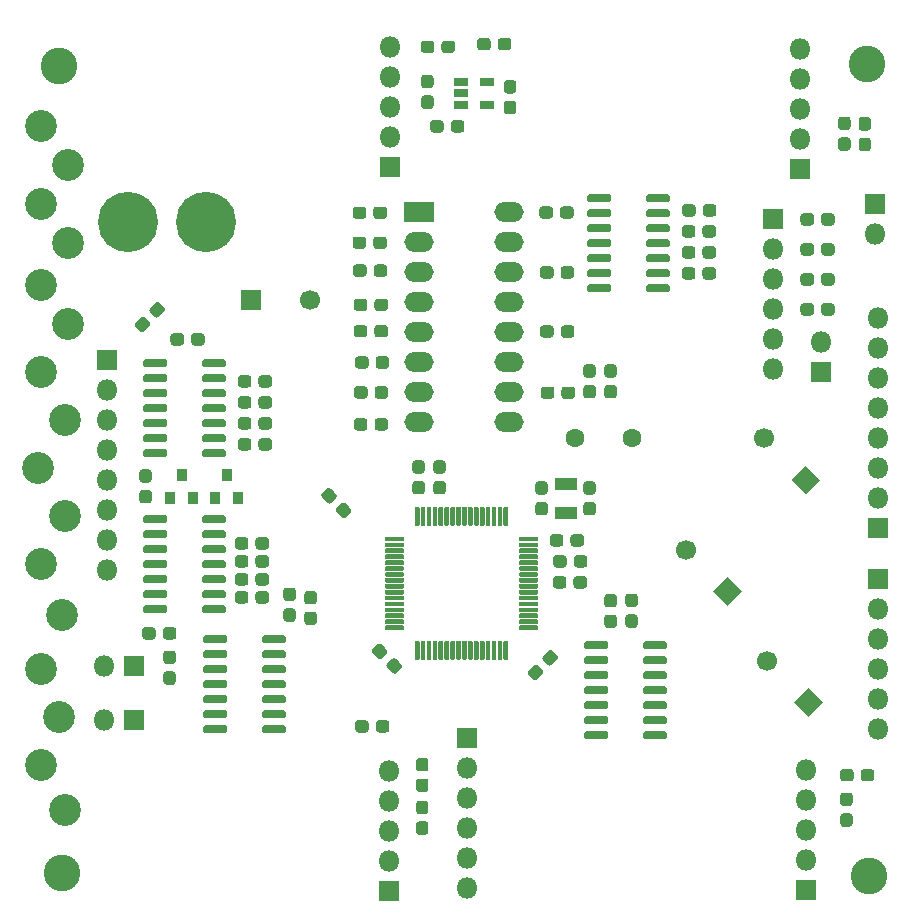
<source format=gts>
G04 #@! TF.GenerationSoftware,KiCad,Pcbnew,(5.1.6-0-10_14)*
G04 #@! TF.CreationDate,2022-02-17T20:51:05-06:00*
G04 #@! TF.ProjectId,opto_isolator_with_micr,6f70746f-5f69-4736-9f6c-61746f725f77,rev?*
G04 #@! TF.SameCoordinates,Original*
G04 #@! TF.FileFunction,Soldermask,Top*
G04 #@! TF.FilePolarity,Negative*
%FSLAX46Y46*%
G04 Gerber Fmt 4.6, Leading zero omitted, Abs format (unit mm)*
G04 Created by KiCad (PCBNEW (5.1.6-0-10_14)) date 2022-02-17 20:51:05*
%MOMM*%
%LPD*%
G01*
G04 APERTURE LIST*
%ADD10C,2.700000*%
%ADD11C,3.100000*%
%ADD12R,1.800000X1.800000*%
%ADD13O,1.800000X1.800000*%
%ADD14R,0.900000X1.000000*%
%ADD15R,2.500000X1.700000*%
%ADD16O,2.500000X1.700000*%
%ADD17R,1.160000X0.750000*%
%ADD18C,1.600000*%
%ADD19R,1.900000X1.100000*%
%ADD20C,1.700000*%
%ADD21C,0.100000*%
%ADD22R,1.700000X1.700000*%
%ADD23C,5.100000*%
G04 APERTURE END LIST*
D10*
X135890000Y-119888000D03*
G36*
G01*
X181110500Y-91140000D02*
X180585500Y-91140000D01*
G75*
G02*
X180323000Y-90877500I0J262500D01*
G01*
X180323000Y-90252500D01*
G75*
G02*
X180585500Y-89990000I262500J0D01*
G01*
X181110500Y-89990000D01*
G75*
G02*
X181373000Y-90252500I0J-262500D01*
G01*
X181373000Y-90877500D01*
G75*
G02*
X181110500Y-91140000I-262500J0D01*
G01*
G37*
G36*
G01*
X181110500Y-92890000D02*
X180585500Y-92890000D01*
G75*
G02*
X180323000Y-92627500I0J262500D01*
G01*
X180323000Y-92002500D01*
G75*
G02*
X180585500Y-91740000I262500J0D01*
G01*
X181110500Y-91740000D01*
G75*
G02*
X181373000Y-92002500I0J-262500D01*
G01*
X181373000Y-92627500D01*
G75*
G02*
X181110500Y-92890000I-262500J0D01*
G01*
G37*
G36*
G01*
X182888500Y-91140000D02*
X182363500Y-91140000D01*
G75*
G02*
X182101000Y-90877500I0J262500D01*
G01*
X182101000Y-90252500D01*
G75*
G02*
X182363500Y-89990000I262500J0D01*
G01*
X182888500Y-89990000D01*
G75*
G02*
X183151000Y-90252500I0J-262500D01*
G01*
X183151000Y-90877500D01*
G75*
G02*
X182888500Y-91140000I-262500J0D01*
G01*
G37*
G36*
G01*
X182888500Y-92890000D02*
X182363500Y-92890000D01*
G75*
G02*
X182101000Y-92627500I0J262500D01*
G01*
X182101000Y-92002500D01*
G75*
G02*
X182363500Y-91740000I262500J0D01*
G01*
X182888500Y-91740000D01*
G75*
G02*
X183151000Y-92002500I0J-262500D01*
G01*
X183151000Y-92627500D01*
G75*
G02*
X182888500Y-92890000I-262500J0D01*
G01*
G37*
G36*
G01*
X160612202Y-102582971D02*
X160240971Y-102954202D01*
G75*
G02*
X159869739Y-102954202I-185616J185616D01*
G01*
X159427798Y-102512261D01*
G75*
G02*
X159427798Y-102141029I185616J185616D01*
G01*
X159799029Y-101769798D01*
G75*
G02*
X160170261Y-101769798I185616J-185616D01*
G01*
X160612202Y-102211739D01*
G75*
G02*
X160612202Y-102582971I-185616J-185616D01*
G01*
G37*
G36*
G01*
X159374766Y-101345535D02*
X159003535Y-101716766D01*
G75*
G02*
X158632303Y-101716766I-185616J185616D01*
G01*
X158190362Y-101274825D01*
G75*
G02*
X158190362Y-100903593I185616J185616D01*
G01*
X158561593Y-100532362D01*
G75*
G02*
X158932825Y-100532362I185616J-185616D01*
G01*
X159374766Y-100974303D01*
G75*
G02*
X159374766Y-101345535I-185616J-185616D01*
G01*
G37*
G36*
G01*
X176521500Y-99896000D02*
X177046500Y-99896000D01*
G75*
G02*
X177309000Y-100158500I0J-262500D01*
G01*
X177309000Y-100783500D01*
G75*
G02*
X177046500Y-101046000I-262500J0D01*
G01*
X176521500Y-101046000D01*
G75*
G02*
X176259000Y-100783500I0J262500D01*
G01*
X176259000Y-100158500D01*
G75*
G02*
X176521500Y-99896000I262500J0D01*
G01*
G37*
G36*
G01*
X176521500Y-101646000D02*
X177046500Y-101646000D01*
G75*
G02*
X177309000Y-101908500I0J-262500D01*
G01*
X177309000Y-102533500D01*
G75*
G02*
X177046500Y-102796000I-262500J0D01*
G01*
X176521500Y-102796000D01*
G75*
G02*
X176259000Y-102533500I0J262500D01*
G01*
X176259000Y-101908500D01*
G75*
G02*
X176521500Y-101646000I262500J0D01*
G01*
G37*
G36*
G01*
X181110500Y-101046000D02*
X180585500Y-101046000D01*
G75*
G02*
X180323000Y-100783500I0J262500D01*
G01*
X180323000Y-100158500D01*
G75*
G02*
X180585500Y-99896000I262500J0D01*
G01*
X181110500Y-99896000D01*
G75*
G02*
X181373000Y-100158500I0J-262500D01*
G01*
X181373000Y-100783500D01*
G75*
G02*
X181110500Y-101046000I-262500J0D01*
G01*
G37*
G36*
G01*
X181110500Y-102796000D02*
X180585500Y-102796000D01*
G75*
G02*
X180323000Y-102533500I0J262500D01*
G01*
X180323000Y-101908500D01*
G75*
G02*
X180585500Y-101646000I262500J0D01*
G01*
X181110500Y-101646000D01*
G75*
G02*
X181373000Y-101908500I0J-262500D01*
G01*
X181373000Y-102533500D01*
G75*
G02*
X181110500Y-102796000I-262500J0D01*
G01*
G37*
G36*
G01*
X168410500Y-99268000D02*
X167885500Y-99268000D01*
G75*
G02*
X167623000Y-99005500I0J262500D01*
G01*
X167623000Y-98380500D01*
G75*
G02*
X167885500Y-98118000I262500J0D01*
G01*
X168410500Y-98118000D01*
G75*
G02*
X168673000Y-98380500I0J-262500D01*
G01*
X168673000Y-99005500D01*
G75*
G02*
X168410500Y-99268000I-262500J0D01*
G01*
G37*
G36*
G01*
X168410500Y-101018000D02*
X167885500Y-101018000D01*
G75*
G02*
X167623000Y-100755500I0J262500D01*
G01*
X167623000Y-100130500D01*
G75*
G02*
X167885500Y-99868000I262500J0D01*
G01*
X168410500Y-99868000D01*
G75*
G02*
X168673000Y-100130500I0J-262500D01*
G01*
X168673000Y-100755500D01*
G75*
G02*
X168410500Y-101018000I-262500J0D01*
G01*
G37*
G36*
G01*
X177478999Y-105164500D02*
X177478999Y-104639500D01*
G75*
G02*
X177741499Y-104377000I262500J0D01*
G01*
X178366499Y-104377000D01*
G75*
G02*
X178628999Y-104639500I0J-262500D01*
G01*
X178628999Y-105164500D01*
G75*
G02*
X178366499Y-105427000I-262500J0D01*
G01*
X177741499Y-105427000D01*
G75*
G02*
X177478999Y-105164500I0J262500D01*
G01*
G37*
G36*
G01*
X179228999Y-105164500D02*
X179228999Y-104639500D01*
G75*
G02*
X179491499Y-104377000I262500J0D01*
G01*
X180116499Y-104377000D01*
G75*
G02*
X180378999Y-104639500I0J-262500D01*
G01*
X180378999Y-105164500D01*
G75*
G02*
X180116499Y-105427000I-262500J0D01*
G01*
X179491499Y-105427000D01*
G75*
G02*
X179228999Y-105164500I0J262500D01*
G01*
G37*
G36*
G01*
X163713234Y-115316465D02*
X164084465Y-114945234D01*
G75*
G02*
X164455697Y-114945234I185616J-185616D01*
G01*
X164897638Y-115387175D01*
G75*
G02*
X164897638Y-115758407I-185616J-185616D01*
G01*
X164526407Y-116129638D01*
G75*
G02*
X164155175Y-116129638I-185616J185616D01*
G01*
X163713234Y-115687697D01*
G75*
G02*
X163713234Y-115316465I185616J185616D01*
G01*
G37*
G36*
G01*
X162475798Y-114079029D02*
X162847029Y-113707798D01*
G75*
G02*
X163218261Y-113707798I185616J-185616D01*
G01*
X163660202Y-114149739D01*
G75*
G02*
X163660202Y-114520971I-185616J-185616D01*
G01*
X163288971Y-114892202D01*
G75*
G02*
X162917739Y-114892202I-185616J185616D01*
G01*
X162475798Y-114450261D01*
G75*
G02*
X162475798Y-114079029I185616J185616D01*
G01*
G37*
G36*
G01*
X142993500Y-100630000D02*
X143518500Y-100630000D01*
G75*
G02*
X143781000Y-100892500I0J-262500D01*
G01*
X143781000Y-101517500D01*
G75*
G02*
X143518500Y-101780000I-262500J0D01*
G01*
X142993500Y-101780000D01*
G75*
G02*
X142731000Y-101517500I0J262500D01*
G01*
X142731000Y-100892500D01*
G75*
G02*
X142993500Y-100630000I262500J0D01*
G01*
G37*
G36*
G01*
X142993500Y-98880000D02*
X143518500Y-98880000D01*
G75*
G02*
X143781000Y-99142500I0J-262500D01*
G01*
X143781000Y-99767500D01*
G75*
G02*
X143518500Y-100030000I-262500J0D01*
G01*
X142993500Y-100030000D01*
G75*
G02*
X142731000Y-99767500I0J262500D01*
G01*
X142731000Y-99142500D01*
G75*
G02*
X142993500Y-98880000I262500J0D01*
G01*
G37*
G36*
G01*
X145362000Y-88146500D02*
X145362000Y-87621500D01*
G75*
G02*
X145624500Y-87359000I262500J0D01*
G01*
X146249500Y-87359000D01*
G75*
G02*
X146512000Y-87621500I0J-262500D01*
G01*
X146512000Y-88146500D01*
G75*
G02*
X146249500Y-88409000I-262500J0D01*
G01*
X145624500Y-88409000D01*
G75*
G02*
X145362000Y-88146500I0J262500D01*
G01*
G37*
G36*
G01*
X147112000Y-88146500D02*
X147112000Y-87621500D01*
G75*
G02*
X147374500Y-87359000I262500J0D01*
G01*
X147999500Y-87359000D01*
G75*
G02*
X148262000Y-87621500I0J-262500D01*
G01*
X148262000Y-88146500D01*
G75*
G02*
X147999500Y-88409000I-262500J0D01*
G01*
X147374500Y-88409000D01*
G75*
G02*
X147112000Y-88146500I0J262500D01*
G01*
G37*
G36*
G01*
X184141500Y-109407000D02*
X184666500Y-109407000D01*
G75*
G02*
X184929000Y-109669500I0J-262500D01*
G01*
X184929000Y-110294500D01*
G75*
G02*
X184666500Y-110557000I-262500J0D01*
G01*
X184141500Y-110557000D01*
G75*
G02*
X183879000Y-110294500I0J262500D01*
G01*
X183879000Y-109669500D01*
G75*
G02*
X184141500Y-109407000I262500J0D01*
G01*
G37*
G36*
G01*
X184141500Y-111157000D02*
X184666500Y-111157000D01*
G75*
G02*
X184929000Y-111419500I0J-262500D01*
G01*
X184929000Y-112044500D01*
G75*
G02*
X184666500Y-112307000I-262500J0D01*
G01*
X184141500Y-112307000D01*
G75*
G02*
X183879000Y-112044500I0J262500D01*
G01*
X183879000Y-111419500D01*
G75*
G02*
X184141500Y-111157000I262500J0D01*
G01*
G37*
G36*
G01*
X160997000Y-120912500D02*
X160997000Y-120387500D01*
G75*
G02*
X161259500Y-120125000I262500J0D01*
G01*
X161884500Y-120125000D01*
G75*
G02*
X162147000Y-120387500I0J-262500D01*
G01*
X162147000Y-120912500D01*
G75*
G02*
X161884500Y-121175000I-262500J0D01*
G01*
X161259500Y-121175000D01*
G75*
G02*
X160997000Y-120912500I0J262500D01*
G01*
G37*
G36*
G01*
X162747000Y-120912500D02*
X162747000Y-120387500D01*
G75*
G02*
X163009500Y-120125000I262500J0D01*
G01*
X163634500Y-120125000D01*
G75*
G02*
X163897000Y-120387500I0J-262500D01*
G01*
X163897000Y-120912500D01*
G75*
G02*
X163634500Y-121175000I-262500J0D01*
G01*
X163009500Y-121175000D01*
G75*
G02*
X162747000Y-120912500I0J262500D01*
G01*
G37*
G36*
G01*
X173854500Y-65922200D02*
X174379500Y-65922200D01*
G75*
G02*
X174642000Y-66184700I0J-262500D01*
G01*
X174642000Y-66809700D01*
G75*
G02*
X174379500Y-67072200I-262500J0D01*
G01*
X173854500Y-67072200D01*
G75*
G02*
X173592000Y-66809700I0J262500D01*
G01*
X173592000Y-66184700D01*
G75*
G02*
X173854500Y-65922200I262500J0D01*
G01*
G37*
G36*
G01*
X173854500Y-67672200D02*
X174379500Y-67672200D01*
G75*
G02*
X174642000Y-67934700I0J-262500D01*
G01*
X174642000Y-68559700D01*
G75*
G02*
X174379500Y-68822200I-262500J0D01*
G01*
X173854500Y-68822200D01*
G75*
G02*
X173592000Y-68559700I0J262500D01*
G01*
X173592000Y-67934700D01*
G75*
G02*
X173854500Y-67672200I262500J0D01*
G01*
G37*
G36*
G01*
X172470800Y-62627900D02*
X172470800Y-63152900D01*
G75*
G02*
X172208300Y-63415400I-262500J0D01*
G01*
X171583300Y-63415400D01*
G75*
G02*
X171320800Y-63152900I0J262500D01*
G01*
X171320800Y-62627900D01*
G75*
G02*
X171583300Y-62365400I262500J0D01*
G01*
X172208300Y-62365400D01*
G75*
G02*
X172470800Y-62627900I0J-262500D01*
G01*
G37*
G36*
G01*
X174220800Y-62627900D02*
X174220800Y-63152900D01*
G75*
G02*
X173958300Y-63415400I-262500J0D01*
G01*
X173333300Y-63415400D01*
G75*
G02*
X173070800Y-63152900I0J262500D01*
G01*
X173070800Y-62627900D01*
G75*
G02*
X173333300Y-62365400I262500J0D01*
G01*
X173958300Y-62365400D01*
G75*
G02*
X174220800Y-62627900I0J-262500D01*
G01*
G37*
D11*
X204470000Y-133350000D03*
X136144000Y-133096000D03*
X204292200Y-64566800D03*
X135890000Y-64770000D03*
D12*
X170434000Y-121666000D03*
D13*
X170434000Y-124206000D03*
X170434000Y-126746000D03*
X170434000Y-129286000D03*
X170434000Y-131826000D03*
X170434000Y-134366000D03*
D12*
X200406000Y-90678000D03*
D13*
X200406000Y-88138000D03*
D12*
X205232000Y-108204000D03*
D13*
X205232000Y-110744000D03*
X205232000Y-113284000D03*
X205232000Y-115824000D03*
X205232000Y-118364000D03*
X205232000Y-120904000D03*
X139700000Y-120142000D03*
D12*
X142240000Y-120142000D03*
D13*
X196342000Y-90424000D03*
X196342000Y-87884000D03*
X196342000Y-85344000D03*
X196342000Y-82804000D03*
X196342000Y-80264000D03*
D12*
X196342000Y-77724000D03*
D13*
X139700000Y-115570000D03*
D12*
X142240000Y-115570000D03*
X139954000Y-89662000D03*
D13*
X139954000Y-92202000D03*
X139954000Y-94742000D03*
X139954000Y-97282000D03*
X139954000Y-99822000D03*
X139954000Y-102362000D03*
X139954000Y-104902000D03*
X139954000Y-107442000D03*
D14*
X150114000Y-99330000D03*
X151064000Y-101330000D03*
X149164000Y-101330000D03*
X145354000Y-101330000D03*
X147254000Y-101330000D03*
X146304000Y-99330000D03*
G36*
G01*
X166412300Y-123314800D02*
X166937300Y-123314800D01*
G75*
G02*
X167199800Y-123577300I0J-262500D01*
G01*
X167199800Y-124202300D01*
G75*
G02*
X166937300Y-124464800I-262500J0D01*
G01*
X166412300Y-124464800D01*
G75*
G02*
X166149800Y-124202300I0J262500D01*
G01*
X166149800Y-123577300D01*
G75*
G02*
X166412300Y-123314800I262500J0D01*
G01*
G37*
G36*
G01*
X166412300Y-125064800D02*
X166937300Y-125064800D01*
G75*
G02*
X167199800Y-125327300I0J-262500D01*
G01*
X167199800Y-125952300D01*
G75*
G02*
X166937300Y-126214800I-262500J0D01*
G01*
X166412300Y-126214800D01*
G75*
G02*
X166149800Y-125952300I0J262500D01*
G01*
X166149800Y-125327300D01*
G75*
G02*
X166412300Y-125064800I262500J0D01*
G01*
G37*
G36*
G01*
X166557000Y-63381500D02*
X166557000Y-62856500D01*
G75*
G02*
X166819500Y-62594000I262500J0D01*
G01*
X167444500Y-62594000D01*
G75*
G02*
X167707000Y-62856500I0J-262500D01*
G01*
X167707000Y-63381500D01*
G75*
G02*
X167444500Y-63644000I-262500J0D01*
G01*
X166819500Y-63644000D01*
G75*
G02*
X166557000Y-63381500I0J262500D01*
G01*
G37*
G36*
G01*
X168307000Y-63381500D02*
X168307000Y-62856500D01*
G75*
G02*
X168569500Y-62594000I262500J0D01*
G01*
X169194500Y-62594000D01*
G75*
G02*
X169457000Y-62856500I0J-262500D01*
G01*
X169457000Y-63381500D01*
G75*
G02*
X169194500Y-63644000I-262500J0D01*
G01*
X168569500Y-63644000D01*
G75*
G02*
X168307000Y-63381500I0J262500D01*
G01*
G37*
G36*
G01*
X203877300Y-69060400D02*
X204402300Y-69060400D01*
G75*
G02*
X204664800Y-69322900I0J-262500D01*
G01*
X204664800Y-69947900D01*
G75*
G02*
X204402300Y-70210400I-262500J0D01*
G01*
X203877300Y-70210400D01*
G75*
G02*
X203614800Y-69947900I0J262500D01*
G01*
X203614800Y-69322900D01*
G75*
G02*
X203877300Y-69060400I262500J0D01*
G01*
G37*
G36*
G01*
X203877300Y-70810400D02*
X204402300Y-70810400D01*
G75*
G02*
X204664800Y-71072900I0J-262500D01*
G01*
X204664800Y-71697900D01*
G75*
G02*
X204402300Y-71960400I-262500J0D01*
G01*
X203877300Y-71960400D01*
G75*
G02*
X203614800Y-71697900I0J262500D01*
G01*
X203614800Y-71072900D01*
G75*
G02*
X203877300Y-70810400I262500J0D01*
G01*
G37*
G36*
G01*
X202054800Y-125052700D02*
X202054800Y-124527700D01*
G75*
G02*
X202317300Y-124265200I262500J0D01*
G01*
X202942300Y-124265200D01*
G75*
G02*
X203204800Y-124527700I0J-262500D01*
G01*
X203204800Y-125052700D01*
G75*
G02*
X202942300Y-125315200I-262500J0D01*
G01*
X202317300Y-125315200D01*
G75*
G02*
X202054800Y-125052700I0J262500D01*
G01*
G37*
G36*
G01*
X203804800Y-125052700D02*
X203804800Y-124527700D01*
G75*
G02*
X204067300Y-124265200I262500J0D01*
G01*
X204692300Y-124265200D01*
G75*
G02*
X204954800Y-124527700I0J-262500D01*
G01*
X204954800Y-125052700D01*
G75*
G02*
X204692300Y-125315200I-262500J0D01*
G01*
X204067300Y-125315200D01*
G75*
G02*
X203804800Y-125052700I0J262500D01*
G01*
G37*
G36*
G01*
X163679800Y-79442700D02*
X163679800Y-79967700D01*
G75*
G02*
X163417300Y-80230200I-262500J0D01*
G01*
X162792300Y-80230200D01*
G75*
G02*
X162529800Y-79967700I0J262500D01*
G01*
X162529800Y-79442700D01*
G75*
G02*
X162792300Y-79180200I262500J0D01*
G01*
X163417300Y-79180200D01*
G75*
G02*
X163679800Y-79442700I0J-262500D01*
G01*
G37*
G36*
G01*
X161929800Y-79442700D02*
X161929800Y-79967700D01*
G75*
G02*
X161667300Y-80230200I-262500J0D01*
G01*
X161042300Y-80230200D01*
G75*
G02*
X160779800Y-79967700I0J262500D01*
G01*
X160779800Y-79442700D01*
G75*
G02*
X161042300Y-79180200I262500J0D01*
G01*
X161667300Y-79180200D01*
G75*
G02*
X161929800Y-79442700I0J-262500D01*
G01*
G37*
G36*
G01*
X162031400Y-84700500D02*
X162031400Y-85225500D01*
G75*
G02*
X161768900Y-85488000I-262500J0D01*
G01*
X161143900Y-85488000D01*
G75*
G02*
X160881400Y-85225500I0J262500D01*
G01*
X160881400Y-84700500D01*
G75*
G02*
X161143900Y-84438000I262500J0D01*
G01*
X161768900Y-84438000D01*
G75*
G02*
X162031400Y-84700500I0J-262500D01*
G01*
G37*
G36*
G01*
X163781400Y-84700500D02*
X163781400Y-85225500D01*
G75*
G02*
X163518900Y-85488000I-262500J0D01*
G01*
X162893900Y-85488000D01*
G75*
G02*
X162631400Y-85225500I0J262500D01*
G01*
X162631400Y-84700500D01*
G75*
G02*
X162893900Y-84438000I262500J0D01*
G01*
X163518900Y-84438000D01*
G75*
G02*
X163781400Y-84700500I0J-262500D01*
G01*
G37*
G36*
G01*
X160793800Y-77427700D02*
X160793800Y-76902700D01*
G75*
G02*
X161056300Y-76640200I262500J0D01*
G01*
X161681300Y-76640200D01*
G75*
G02*
X161943800Y-76902700I0J-262500D01*
G01*
X161943800Y-77427700D01*
G75*
G02*
X161681300Y-77690200I-262500J0D01*
G01*
X161056300Y-77690200D01*
G75*
G02*
X160793800Y-77427700I0J262500D01*
G01*
G37*
G36*
G01*
X162543800Y-77427700D02*
X162543800Y-76902700D01*
G75*
G02*
X162806300Y-76640200I262500J0D01*
G01*
X163431300Y-76640200D01*
G75*
G02*
X163693800Y-76902700I0J-262500D01*
G01*
X163693800Y-77427700D01*
G75*
G02*
X163431300Y-77690200I-262500J0D01*
G01*
X162806300Y-77690200D01*
G75*
G02*
X162543800Y-77427700I0J262500D01*
G01*
G37*
G36*
G01*
X162569200Y-82329900D02*
X162569200Y-81804900D01*
G75*
G02*
X162831700Y-81542400I262500J0D01*
G01*
X163456700Y-81542400D01*
G75*
G02*
X163719200Y-81804900I0J-262500D01*
G01*
X163719200Y-82329900D01*
G75*
G02*
X163456700Y-82592400I-262500J0D01*
G01*
X162831700Y-82592400D01*
G75*
G02*
X162569200Y-82329900I0J262500D01*
G01*
G37*
G36*
G01*
X160819200Y-82329900D02*
X160819200Y-81804900D01*
G75*
G02*
X161081700Y-81542400I262500J0D01*
G01*
X161706700Y-81542400D01*
G75*
G02*
X161969200Y-81804900I0J-262500D01*
G01*
X161969200Y-82329900D01*
G75*
G02*
X161706700Y-82592400I-262500J0D01*
G01*
X161081700Y-82592400D01*
G75*
G02*
X160819200Y-82329900I0J262500D01*
G01*
G37*
G36*
G01*
X160881400Y-87460700D02*
X160881400Y-86935700D01*
G75*
G02*
X161143900Y-86673200I262500J0D01*
G01*
X161768900Y-86673200D01*
G75*
G02*
X162031400Y-86935700I0J-262500D01*
G01*
X162031400Y-87460700D01*
G75*
G02*
X161768900Y-87723200I-262500J0D01*
G01*
X161143900Y-87723200D01*
G75*
G02*
X160881400Y-87460700I0J262500D01*
G01*
G37*
G36*
G01*
X162631400Y-87460700D02*
X162631400Y-86935700D01*
G75*
G02*
X162893900Y-86673200I262500J0D01*
G01*
X163518900Y-86673200D01*
G75*
G02*
X163781400Y-86935700I0J-262500D01*
G01*
X163781400Y-87460700D01*
G75*
G02*
X163518900Y-87723200I-262500J0D01*
G01*
X162893900Y-87723200D01*
G75*
G02*
X162631400Y-87460700I0J262500D01*
G01*
G37*
G36*
G01*
X162645400Y-92642300D02*
X162645400Y-92117300D01*
G75*
G02*
X162907900Y-91854800I262500J0D01*
G01*
X163532900Y-91854800D01*
G75*
G02*
X163795400Y-92117300I0J-262500D01*
G01*
X163795400Y-92642300D01*
G75*
G02*
X163532900Y-92904800I-262500J0D01*
G01*
X162907900Y-92904800D01*
G75*
G02*
X162645400Y-92642300I0J262500D01*
G01*
G37*
G36*
G01*
X160895400Y-92642300D02*
X160895400Y-92117300D01*
G75*
G02*
X161157900Y-91854800I262500J0D01*
G01*
X161782900Y-91854800D01*
G75*
G02*
X162045400Y-92117300I0J-262500D01*
G01*
X162045400Y-92642300D01*
G75*
G02*
X161782900Y-92904800I-262500J0D01*
G01*
X161157900Y-92904800D01*
G75*
G02*
X160895400Y-92642300I0J262500D01*
G01*
G37*
G36*
G01*
X163883000Y-89577300D02*
X163883000Y-90102300D01*
G75*
G02*
X163620500Y-90364800I-262500J0D01*
G01*
X162995500Y-90364800D01*
G75*
G02*
X162733000Y-90102300I0J262500D01*
G01*
X162733000Y-89577300D01*
G75*
G02*
X162995500Y-89314800I262500J0D01*
G01*
X163620500Y-89314800D01*
G75*
G02*
X163883000Y-89577300I0J-262500D01*
G01*
G37*
G36*
G01*
X162133000Y-89577300D02*
X162133000Y-90102300D01*
G75*
G02*
X161870500Y-90364800I-262500J0D01*
G01*
X161245500Y-90364800D01*
G75*
G02*
X160983000Y-90102300I0J262500D01*
G01*
X160983000Y-89577300D01*
G75*
G02*
X161245500Y-89314800I262500J0D01*
G01*
X161870500Y-89314800D01*
G75*
G02*
X162133000Y-89577300I0J-262500D01*
G01*
G37*
G36*
G01*
X162040000Y-94817500D02*
X162040000Y-95342500D01*
G75*
G02*
X161777500Y-95605000I-262500J0D01*
G01*
X161152500Y-95605000D01*
G75*
G02*
X160890000Y-95342500I0J262500D01*
G01*
X160890000Y-94817500D01*
G75*
G02*
X161152500Y-94555000I262500J0D01*
G01*
X161777500Y-94555000D01*
G75*
G02*
X162040000Y-94817500I0J-262500D01*
G01*
G37*
G36*
G01*
X163790000Y-94817500D02*
X163790000Y-95342500D01*
G75*
G02*
X163527500Y-95605000I-262500J0D01*
G01*
X162902500Y-95605000D01*
G75*
G02*
X162640000Y-95342500I0J262500D01*
G01*
X162640000Y-94817500D01*
G75*
G02*
X162902500Y-94555000I262500J0D01*
G01*
X163527500Y-94555000D01*
G75*
G02*
X163790000Y-94817500I0J-262500D01*
G01*
G37*
G36*
G01*
X179490000Y-76877300D02*
X179490000Y-77402300D01*
G75*
G02*
X179227500Y-77664800I-262500J0D01*
G01*
X178602500Y-77664800D01*
G75*
G02*
X178340000Y-77402300I0J262500D01*
G01*
X178340000Y-76877300D01*
G75*
G02*
X178602500Y-76614800I262500J0D01*
G01*
X179227500Y-76614800D01*
G75*
G02*
X179490000Y-76877300I0J-262500D01*
G01*
G37*
G36*
G01*
X177740000Y-76877300D02*
X177740000Y-77402300D01*
G75*
G02*
X177477500Y-77664800I-262500J0D01*
G01*
X176852500Y-77664800D01*
G75*
G02*
X176590000Y-77402300I0J262500D01*
G01*
X176590000Y-76877300D01*
G75*
G02*
X176852500Y-76614800I262500J0D01*
G01*
X177477500Y-76614800D01*
G75*
G02*
X177740000Y-76877300I0J-262500D01*
G01*
G37*
G36*
G01*
X177790800Y-81957300D02*
X177790800Y-82482300D01*
G75*
G02*
X177528300Y-82744800I-262500J0D01*
G01*
X176903300Y-82744800D01*
G75*
G02*
X176640800Y-82482300I0J262500D01*
G01*
X176640800Y-81957300D01*
G75*
G02*
X176903300Y-81694800I262500J0D01*
G01*
X177528300Y-81694800D01*
G75*
G02*
X177790800Y-81957300I0J-262500D01*
G01*
G37*
G36*
G01*
X179540800Y-81957300D02*
X179540800Y-82482300D01*
G75*
G02*
X179278300Y-82744800I-262500J0D01*
G01*
X178653300Y-82744800D01*
G75*
G02*
X178390800Y-82482300I0J262500D01*
G01*
X178390800Y-81957300D01*
G75*
G02*
X178653300Y-81694800I262500J0D01*
G01*
X179278300Y-81694800D01*
G75*
G02*
X179540800Y-81957300I0J-262500D01*
G01*
G37*
G36*
G01*
X179554800Y-86961100D02*
X179554800Y-87486100D01*
G75*
G02*
X179292300Y-87748600I-262500J0D01*
G01*
X178667300Y-87748600D01*
G75*
G02*
X178404800Y-87486100I0J262500D01*
G01*
X178404800Y-86961100D01*
G75*
G02*
X178667300Y-86698600I262500J0D01*
G01*
X179292300Y-86698600D01*
G75*
G02*
X179554800Y-86961100I0J-262500D01*
G01*
G37*
G36*
G01*
X177804800Y-86961100D02*
X177804800Y-87486100D01*
G75*
G02*
X177542300Y-87748600I-262500J0D01*
G01*
X176917300Y-87748600D01*
G75*
G02*
X176654800Y-87486100I0J262500D01*
G01*
X176654800Y-86961100D01*
G75*
G02*
X176917300Y-86698600I262500J0D01*
G01*
X177542300Y-86698600D01*
G75*
G02*
X177804800Y-86961100I0J-262500D01*
G01*
G37*
G36*
G01*
X177867000Y-92142700D02*
X177867000Y-92667700D01*
G75*
G02*
X177604500Y-92930200I-262500J0D01*
G01*
X176979500Y-92930200D01*
G75*
G02*
X176717000Y-92667700I0J262500D01*
G01*
X176717000Y-92142700D01*
G75*
G02*
X176979500Y-91880200I262500J0D01*
G01*
X177604500Y-91880200D01*
G75*
G02*
X177867000Y-92142700I0J-262500D01*
G01*
G37*
G36*
G01*
X179617000Y-92142700D02*
X179617000Y-92667700D01*
G75*
G02*
X179354500Y-92930200I-262500J0D01*
G01*
X178729500Y-92930200D01*
G75*
G02*
X178467000Y-92667700I0J262500D01*
G01*
X178467000Y-92142700D01*
G75*
G02*
X178729500Y-91880200I262500J0D01*
G01*
X179354500Y-91880200D01*
G75*
G02*
X179617000Y-92142700I0J-262500D01*
G01*
G37*
G36*
G01*
X166937300Y-129847000D02*
X166412300Y-129847000D01*
G75*
G02*
X166149800Y-129584500I0J262500D01*
G01*
X166149800Y-128959500D01*
G75*
G02*
X166412300Y-128697000I262500J0D01*
G01*
X166937300Y-128697000D01*
G75*
G02*
X167199800Y-128959500I0J-262500D01*
G01*
X167199800Y-129584500D01*
G75*
G02*
X166937300Y-129847000I-262500J0D01*
G01*
G37*
G36*
G01*
X166937300Y-128097000D02*
X166412300Y-128097000D01*
G75*
G02*
X166149800Y-127834500I0J262500D01*
G01*
X166149800Y-127209500D01*
G75*
G02*
X166412300Y-126947000I262500J0D01*
G01*
X166937300Y-126947000D01*
G75*
G02*
X167199800Y-127209500I0J-262500D01*
G01*
X167199800Y-127834500D01*
G75*
G02*
X166937300Y-128097000I-262500J0D01*
G01*
G37*
G36*
G01*
X202675100Y-70171000D02*
X202150100Y-70171000D01*
G75*
G02*
X201887600Y-69908500I0J262500D01*
G01*
X201887600Y-69283500D01*
G75*
G02*
X202150100Y-69021000I262500J0D01*
G01*
X202675100Y-69021000D01*
G75*
G02*
X202937600Y-69283500I0J-262500D01*
G01*
X202937600Y-69908500D01*
G75*
G02*
X202675100Y-70171000I-262500J0D01*
G01*
G37*
G36*
G01*
X202675100Y-71921000D02*
X202150100Y-71921000D01*
G75*
G02*
X201887600Y-71658500I0J262500D01*
G01*
X201887600Y-71033500D01*
G75*
G02*
X202150100Y-70771000I262500J0D01*
G01*
X202675100Y-70771000D01*
G75*
G02*
X202937600Y-71033500I0J-262500D01*
G01*
X202937600Y-71658500D01*
G75*
G02*
X202675100Y-71921000I-262500J0D01*
G01*
G37*
G36*
G01*
X202852900Y-129161200D02*
X202327900Y-129161200D01*
G75*
G02*
X202065400Y-128898700I0J262500D01*
G01*
X202065400Y-128273700D01*
G75*
G02*
X202327900Y-128011200I262500J0D01*
G01*
X202852900Y-128011200D01*
G75*
G02*
X203115400Y-128273700I0J-262500D01*
G01*
X203115400Y-128898700D01*
G75*
G02*
X202852900Y-129161200I-262500J0D01*
G01*
G37*
G36*
G01*
X202852900Y-127411200D02*
X202327900Y-127411200D01*
G75*
G02*
X202065400Y-127148700I0J262500D01*
G01*
X202065400Y-126523700D01*
G75*
G02*
X202327900Y-126261200I262500J0D01*
G01*
X202852900Y-126261200D01*
G75*
G02*
X203115400Y-126523700I0J-262500D01*
G01*
X203115400Y-127148700D01*
G75*
G02*
X202852900Y-127411200I-262500J0D01*
G01*
G37*
G36*
G01*
X167369100Y-66629000D02*
X166844100Y-66629000D01*
G75*
G02*
X166581600Y-66366500I0J262500D01*
G01*
X166581600Y-65741500D01*
G75*
G02*
X166844100Y-65479000I262500J0D01*
G01*
X167369100Y-65479000D01*
G75*
G02*
X167631600Y-65741500I0J-262500D01*
G01*
X167631600Y-66366500D01*
G75*
G02*
X167369100Y-66629000I-262500J0D01*
G01*
G37*
G36*
G01*
X167369100Y-68379000D02*
X166844100Y-68379000D01*
G75*
G02*
X166581600Y-68116500I0J262500D01*
G01*
X166581600Y-67491500D01*
G75*
G02*
X166844100Y-67229000I262500J0D01*
G01*
X167369100Y-67229000D01*
G75*
G02*
X167631600Y-67491500I0J-262500D01*
G01*
X167631600Y-68116500D01*
G75*
G02*
X167369100Y-68379000I-262500J0D01*
G01*
G37*
G36*
G01*
X169097000Y-70112500D02*
X169097000Y-69587500D01*
G75*
G02*
X169359500Y-69325000I262500J0D01*
G01*
X169984500Y-69325000D01*
G75*
G02*
X170247000Y-69587500I0J-262500D01*
G01*
X170247000Y-70112500D01*
G75*
G02*
X169984500Y-70375000I-262500J0D01*
G01*
X169359500Y-70375000D01*
G75*
G02*
X169097000Y-70112500I0J262500D01*
G01*
G37*
G36*
G01*
X167347000Y-70112500D02*
X167347000Y-69587500D01*
G75*
G02*
X167609500Y-69325000I262500J0D01*
G01*
X168234500Y-69325000D01*
G75*
G02*
X168497000Y-69587500I0J-262500D01*
G01*
X168497000Y-70112500D01*
G75*
G02*
X168234500Y-70375000I-262500J0D01*
G01*
X167609500Y-70375000D01*
G75*
G02*
X167347000Y-70112500I0J262500D01*
G01*
G37*
G36*
G01*
X189805000Y-82033500D02*
X189805000Y-82558500D01*
G75*
G02*
X189542500Y-82821000I-262500J0D01*
G01*
X188917500Y-82821000D01*
G75*
G02*
X188655000Y-82558500I0J262500D01*
G01*
X188655000Y-82033500D01*
G75*
G02*
X188917500Y-81771000I262500J0D01*
G01*
X189542500Y-81771000D01*
G75*
G02*
X189805000Y-82033500I0J-262500D01*
G01*
G37*
G36*
G01*
X191555000Y-82033500D02*
X191555000Y-82558500D01*
G75*
G02*
X191292500Y-82821000I-262500J0D01*
G01*
X190667500Y-82821000D01*
G75*
G02*
X190405000Y-82558500I0J262500D01*
G01*
X190405000Y-82033500D01*
G75*
G02*
X190667500Y-81771000I262500J0D01*
G01*
X191292500Y-81771000D01*
G75*
G02*
X191555000Y-82033500I0J-262500D01*
G01*
G37*
G36*
G01*
X191555000Y-80255500D02*
X191555000Y-80780500D01*
G75*
G02*
X191292500Y-81043000I-262500J0D01*
G01*
X190667500Y-81043000D01*
G75*
G02*
X190405000Y-80780500I0J262500D01*
G01*
X190405000Y-80255500D01*
G75*
G02*
X190667500Y-79993000I262500J0D01*
G01*
X191292500Y-79993000D01*
G75*
G02*
X191555000Y-80255500I0J-262500D01*
G01*
G37*
G36*
G01*
X189805000Y-80255500D02*
X189805000Y-80780500D01*
G75*
G02*
X189542500Y-81043000I-262500J0D01*
G01*
X188917500Y-81043000D01*
G75*
G02*
X188655000Y-80780500I0J262500D01*
G01*
X188655000Y-80255500D01*
G75*
G02*
X188917500Y-79993000I262500J0D01*
G01*
X189542500Y-79993000D01*
G75*
G02*
X189805000Y-80255500I0J-262500D01*
G01*
G37*
G36*
G01*
X189805000Y-78477500D02*
X189805000Y-79002500D01*
G75*
G02*
X189542500Y-79265000I-262500J0D01*
G01*
X188917500Y-79265000D01*
G75*
G02*
X188655000Y-79002500I0J262500D01*
G01*
X188655000Y-78477500D01*
G75*
G02*
X188917500Y-78215000I262500J0D01*
G01*
X189542500Y-78215000D01*
G75*
G02*
X189805000Y-78477500I0J-262500D01*
G01*
G37*
G36*
G01*
X191555000Y-78477500D02*
X191555000Y-79002500D01*
G75*
G02*
X191292500Y-79265000I-262500J0D01*
G01*
X190667500Y-79265000D01*
G75*
G02*
X190405000Y-79002500I0J262500D01*
G01*
X190405000Y-78477500D01*
G75*
G02*
X190667500Y-78215000I262500J0D01*
G01*
X191292500Y-78215000D01*
G75*
G02*
X191555000Y-78477500I0J-262500D01*
G01*
G37*
G36*
G01*
X191583000Y-76699500D02*
X191583000Y-77224500D01*
G75*
G02*
X191320500Y-77487000I-262500J0D01*
G01*
X190695500Y-77487000D01*
G75*
G02*
X190433000Y-77224500I0J262500D01*
G01*
X190433000Y-76699500D01*
G75*
G02*
X190695500Y-76437000I262500J0D01*
G01*
X191320500Y-76437000D01*
G75*
G02*
X191583000Y-76699500I0J-262500D01*
G01*
G37*
G36*
G01*
X189833000Y-76699500D02*
X189833000Y-77224500D01*
G75*
G02*
X189570500Y-77487000I-262500J0D01*
G01*
X188945500Y-77487000D01*
G75*
G02*
X188683000Y-77224500I0J262500D01*
G01*
X188683000Y-76699500D01*
G75*
G02*
X188945500Y-76437000I262500J0D01*
G01*
X189570500Y-76437000D01*
G75*
G02*
X189833000Y-76699500I0J-262500D01*
G01*
G37*
G36*
G01*
X179483000Y-108720500D02*
X179483000Y-108195500D01*
G75*
G02*
X179745500Y-107933000I262500J0D01*
G01*
X180370500Y-107933000D01*
G75*
G02*
X180633000Y-108195500I0J-262500D01*
G01*
X180633000Y-108720500D01*
G75*
G02*
X180370500Y-108983000I-262500J0D01*
G01*
X179745500Y-108983000D01*
G75*
G02*
X179483000Y-108720500I0J262500D01*
G01*
G37*
G36*
G01*
X177733000Y-108720500D02*
X177733000Y-108195500D01*
G75*
G02*
X177995500Y-107933000I262500J0D01*
G01*
X178620500Y-107933000D01*
G75*
G02*
X178883000Y-108195500I0J-262500D01*
G01*
X178883000Y-108720500D01*
G75*
G02*
X178620500Y-108983000I-262500J0D01*
G01*
X177995500Y-108983000D01*
G75*
G02*
X177733000Y-108720500I0J262500D01*
G01*
G37*
G36*
G01*
X180661000Y-106417500D02*
X180661000Y-106942500D01*
G75*
G02*
X180398500Y-107205000I-262500J0D01*
G01*
X179773500Y-107205000D01*
G75*
G02*
X179511000Y-106942500I0J262500D01*
G01*
X179511000Y-106417500D01*
G75*
G02*
X179773500Y-106155000I262500J0D01*
G01*
X180398500Y-106155000D01*
G75*
G02*
X180661000Y-106417500I0J-262500D01*
G01*
G37*
G36*
G01*
X178911000Y-106417500D02*
X178911000Y-106942500D01*
G75*
G02*
X178648500Y-107205000I-262500J0D01*
G01*
X178023500Y-107205000D01*
G75*
G02*
X177761000Y-106942500I0J262500D01*
G01*
X177761000Y-106417500D01*
G75*
G02*
X178023500Y-106155000I262500J0D01*
G01*
X178648500Y-106155000D01*
G75*
G02*
X178911000Y-106417500I0J-262500D01*
G01*
G37*
G36*
G01*
X166632500Y-101018000D02*
X166107500Y-101018000D01*
G75*
G02*
X165845000Y-100755500I0J262500D01*
G01*
X165845000Y-100130500D01*
G75*
G02*
X166107500Y-99868000I262500J0D01*
G01*
X166632500Y-99868000D01*
G75*
G02*
X166895000Y-100130500I0J-262500D01*
G01*
X166895000Y-100755500D01*
G75*
G02*
X166632500Y-101018000I-262500J0D01*
G01*
G37*
G36*
G01*
X166632500Y-99268000D02*
X166107500Y-99268000D01*
G75*
G02*
X165845000Y-99005500I0J262500D01*
G01*
X165845000Y-98380500D01*
G75*
G02*
X166107500Y-98118000I262500J0D01*
G01*
X166632500Y-98118000D01*
G75*
G02*
X166895000Y-98380500I0J-262500D01*
G01*
X166895000Y-99005500D01*
G75*
G02*
X166632500Y-99268000I-262500J0D01*
G01*
G37*
G36*
G01*
X176496971Y-115485798D02*
X176868202Y-115857029D01*
G75*
G02*
X176868202Y-116228261I-185616J-185616D01*
G01*
X176426261Y-116670202D01*
G75*
G02*
X176055029Y-116670202I-185616J185616D01*
G01*
X175683798Y-116298971D01*
G75*
G02*
X175683798Y-115927739I185616J185616D01*
G01*
X176125739Y-115485798D01*
G75*
G02*
X176496971Y-115485798I185616J-185616D01*
G01*
G37*
G36*
G01*
X177734407Y-114248362D02*
X178105638Y-114619593D01*
G75*
G02*
X178105638Y-114990825I-185616J-185616D01*
G01*
X177663697Y-115432766D01*
G75*
G02*
X177292465Y-115432766I-185616J185616D01*
G01*
X176921234Y-115061535D01*
G75*
G02*
X176921234Y-114690303I185616J185616D01*
G01*
X177363175Y-114248362D01*
G75*
G02*
X177734407Y-114248362I185616J-185616D01*
G01*
G37*
G36*
G01*
X199852000Y-77461500D02*
X199852000Y-77986500D01*
G75*
G02*
X199589500Y-78249000I-262500J0D01*
G01*
X198964500Y-78249000D01*
G75*
G02*
X198702000Y-77986500I0J262500D01*
G01*
X198702000Y-77461500D01*
G75*
G02*
X198964500Y-77199000I262500J0D01*
G01*
X199589500Y-77199000D01*
G75*
G02*
X199852000Y-77461500I0J-262500D01*
G01*
G37*
G36*
G01*
X201602000Y-77461500D02*
X201602000Y-77986500D01*
G75*
G02*
X201339500Y-78249000I-262500J0D01*
G01*
X200714500Y-78249000D01*
G75*
G02*
X200452000Y-77986500I0J262500D01*
G01*
X200452000Y-77461500D01*
G75*
G02*
X200714500Y-77199000I262500J0D01*
G01*
X201339500Y-77199000D01*
G75*
G02*
X201602000Y-77461500I0J-262500D01*
G01*
G37*
G36*
G01*
X155710500Y-110049000D02*
X155185500Y-110049000D01*
G75*
G02*
X154923000Y-109786500I0J262500D01*
G01*
X154923000Y-109161500D01*
G75*
G02*
X155185500Y-108899000I262500J0D01*
G01*
X155710500Y-108899000D01*
G75*
G02*
X155973000Y-109161500I0J-262500D01*
G01*
X155973000Y-109786500D01*
G75*
G02*
X155710500Y-110049000I-262500J0D01*
G01*
G37*
G36*
G01*
X155710500Y-111799000D02*
X155185500Y-111799000D01*
G75*
G02*
X154923000Y-111536500I0J262500D01*
G01*
X154923000Y-110911500D01*
G75*
G02*
X155185500Y-110649000I262500J0D01*
G01*
X155710500Y-110649000D01*
G75*
G02*
X155973000Y-110911500I0J-262500D01*
G01*
X155973000Y-111536500D01*
G75*
G02*
X155710500Y-111799000I-262500J0D01*
G01*
G37*
G36*
G01*
X145550500Y-117133000D02*
X145025500Y-117133000D01*
G75*
G02*
X144763000Y-116870500I0J262500D01*
G01*
X144763000Y-116245500D01*
G75*
G02*
X145025500Y-115983000I262500J0D01*
G01*
X145550500Y-115983000D01*
G75*
G02*
X145813000Y-116245500I0J-262500D01*
G01*
X145813000Y-116870500D01*
G75*
G02*
X145550500Y-117133000I-262500J0D01*
G01*
G37*
G36*
G01*
X145550500Y-115383000D02*
X145025500Y-115383000D01*
G75*
G02*
X144763000Y-115120500I0J262500D01*
G01*
X144763000Y-114495500D01*
G75*
G02*
X145025500Y-114233000I262500J0D01*
G01*
X145550500Y-114233000D01*
G75*
G02*
X145813000Y-114495500I0J-262500D01*
G01*
X145813000Y-115120500D01*
G75*
G02*
X145550500Y-115383000I-262500J0D01*
G01*
G37*
G36*
G01*
X157488500Y-112081000D02*
X156963500Y-112081000D01*
G75*
G02*
X156701000Y-111818500I0J262500D01*
G01*
X156701000Y-111193500D01*
G75*
G02*
X156963500Y-110931000I262500J0D01*
G01*
X157488500Y-110931000D01*
G75*
G02*
X157751000Y-111193500I0J-262500D01*
G01*
X157751000Y-111818500D01*
G75*
G02*
X157488500Y-112081000I-262500J0D01*
G01*
G37*
G36*
G01*
X157488500Y-110331000D02*
X156963500Y-110331000D01*
G75*
G02*
X156701000Y-110068500I0J262500D01*
G01*
X156701000Y-109443500D01*
G75*
G02*
X156963500Y-109181000I262500J0D01*
G01*
X157488500Y-109181000D01*
G75*
G02*
X157751000Y-109443500I0J-262500D01*
G01*
X157751000Y-110068500D01*
G75*
G02*
X157488500Y-110331000I-262500J0D01*
G01*
G37*
G36*
G01*
X142963000Y-113038500D02*
X142963000Y-112513500D01*
G75*
G02*
X143225500Y-112251000I262500J0D01*
G01*
X143850500Y-112251000D01*
G75*
G02*
X144113000Y-112513500I0J-262500D01*
G01*
X144113000Y-113038500D01*
G75*
G02*
X143850500Y-113301000I-262500J0D01*
G01*
X143225500Y-113301000D01*
G75*
G02*
X142963000Y-113038500I0J262500D01*
G01*
G37*
G36*
G01*
X144713000Y-113038500D02*
X144713000Y-112513500D01*
G75*
G02*
X144975500Y-112251000I262500J0D01*
G01*
X145600500Y-112251000D01*
G75*
G02*
X145863000Y-112513500I0J-262500D01*
G01*
X145863000Y-113038500D01*
G75*
G02*
X145600500Y-113301000I-262500J0D01*
G01*
X144975500Y-113301000D01*
G75*
G02*
X144713000Y-113038500I0J262500D01*
G01*
G37*
G36*
G01*
X144460407Y-84784362D02*
X144831638Y-85155593D01*
G75*
G02*
X144831638Y-85526825I-185616J-185616D01*
G01*
X144389697Y-85968766D01*
G75*
G02*
X144018465Y-85968766I-185616J185616D01*
G01*
X143647234Y-85597535D01*
G75*
G02*
X143647234Y-85226303I185616J185616D01*
G01*
X144089175Y-84784362D01*
G75*
G02*
X144460407Y-84784362I185616J-185616D01*
G01*
G37*
G36*
G01*
X143222971Y-86021798D02*
X143594202Y-86393029D01*
G75*
G02*
X143594202Y-86764261I-185616J-185616D01*
G01*
X143152261Y-87206202D01*
G75*
G02*
X142781029Y-87206202I-185616J185616D01*
G01*
X142409798Y-86834971D01*
G75*
G02*
X142409798Y-86463739I185616J185616D01*
G01*
X142851739Y-86021798D01*
G75*
G02*
X143222971Y-86021798I185616J-185616D01*
G01*
G37*
G36*
G01*
X199852000Y-80001500D02*
X199852000Y-80526500D01*
G75*
G02*
X199589500Y-80789000I-262500J0D01*
G01*
X198964500Y-80789000D01*
G75*
G02*
X198702000Y-80526500I0J262500D01*
G01*
X198702000Y-80001500D01*
G75*
G02*
X198964500Y-79739000I262500J0D01*
G01*
X199589500Y-79739000D01*
G75*
G02*
X199852000Y-80001500I0J-262500D01*
G01*
G37*
G36*
G01*
X201602000Y-80001500D02*
X201602000Y-80526500D01*
G75*
G02*
X201339500Y-80789000I-262500J0D01*
G01*
X200714500Y-80789000D01*
G75*
G02*
X200452000Y-80526500I0J262500D01*
G01*
X200452000Y-80001500D01*
G75*
G02*
X200714500Y-79739000I262500J0D01*
G01*
X201339500Y-79739000D01*
G75*
G02*
X201602000Y-80001500I0J-262500D01*
G01*
G37*
G36*
G01*
X199852000Y-82541500D02*
X199852000Y-83066500D01*
G75*
G02*
X199589500Y-83329000I-262500J0D01*
G01*
X198964500Y-83329000D01*
G75*
G02*
X198702000Y-83066500I0J262500D01*
G01*
X198702000Y-82541500D01*
G75*
G02*
X198964500Y-82279000I262500J0D01*
G01*
X199589500Y-82279000D01*
G75*
G02*
X199852000Y-82541500I0J-262500D01*
G01*
G37*
G36*
G01*
X201602000Y-82541500D02*
X201602000Y-83066500D01*
G75*
G02*
X201339500Y-83329000I-262500J0D01*
G01*
X200714500Y-83329000D01*
G75*
G02*
X200452000Y-83066500I0J262500D01*
G01*
X200452000Y-82541500D01*
G75*
G02*
X200714500Y-82279000I262500J0D01*
G01*
X201339500Y-82279000D01*
G75*
G02*
X201602000Y-82541500I0J-262500D01*
G01*
G37*
G36*
G01*
X199852000Y-85081500D02*
X199852000Y-85606500D01*
G75*
G02*
X199589500Y-85869000I-262500J0D01*
G01*
X198964500Y-85869000D01*
G75*
G02*
X198702000Y-85606500I0J262500D01*
G01*
X198702000Y-85081500D01*
G75*
G02*
X198964500Y-84819000I262500J0D01*
G01*
X199589500Y-84819000D01*
G75*
G02*
X199852000Y-85081500I0J-262500D01*
G01*
G37*
G36*
G01*
X201602000Y-85081500D02*
X201602000Y-85606500D01*
G75*
G02*
X201339500Y-85869000I-262500J0D01*
G01*
X200714500Y-85869000D01*
G75*
G02*
X200452000Y-85606500I0J262500D01*
G01*
X200452000Y-85081500D01*
G75*
G02*
X200714500Y-84819000I262500J0D01*
G01*
X201339500Y-84819000D01*
G75*
G02*
X201602000Y-85081500I0J-262500D01*
G01*
G37*
G36*
G01*
X182363500Y-109435000D02*
X182888500Y-109435000D01*
G75*
G02*
X183151000Y-109697500I0J-262500D01*
G01*
X183151000Y-110322500D01*
G75*
G02*
X182888500Y-110585000I-262500J0D01*
G01*
X182363500Y-110585000D01*
G75*
G02*
X182101000Y-110322500I0J262500D01*
G01*
X182101000Y-109697500D01*
G75*
G02*
X182363500Y-109435000I262500J0D01*
G01*
G37*
G36*
G01*
X182363500Y-111185000D02*
X182888500Y-111185000D01*
G75*
G02*
X183151000Y-111447500I0J-262500D01*
G01*
X183151000Y-112072500D01*
G75*
G02*
X182888500Y-112335000I-262500J0D01*
G01*
X182363500Y-112335000D01*
G75*
G02*
X182101000Y-112072500I0J262500D01*
G01*
X182101000Y-111447500D01*
G75*
G02*
X182363500Y-111185000I262500J0D01*
G01*
G37*
D12*
X204978000Y-76454000D03*
D13*
X204978000Y-78994000D03*
D12*
X163830000Y-134620000D03*
D13*
X163830000Y-132080000D03*
X163830000Y-129540000D03*
X163830000Y-127000000D03*
X163830000Y-124460000D03*
X163957000Y-63093600D03*
X163957000Y-65633600D03*
X163957000Y-68173600D03*
X163957000Y-70713600D03*
D12*
X163957000Y-73253600D03*
X198678800Y-73456800D03*
D13*
X198678800Y-70916800D03*
X198678800Y-68376800D03*
X198678800Y-65836800D03*
X198678800Y-63296800D03*
X199161400Y-124383800D03*
X199161400Y-126923800D03*
X199161400Y-129463800D03*
X199161400Y-132003800D03*
D12*
X199161400Y-134543800D03*
D15*
X166395400Y-77089000D03*
D16*
X174015400Y-94869000D03*
X166395400Y-79629000D03*
X174015400Y-92329000D03*
X166395400Y-82169000D03*
X174015400Y-89789000D03*
X166395400Y-84709000D03*
X174015400Y-87249000D03*
X166395400Y-87249000D03*
X174015400Y-84709000D03*
X166395400Y-89789000D03*
X174015400Y-82169000D03*
X166395400Y-92329000D03*
X174015400Y-79629000D03*
X166395400Y-94869000D03*
X174015400Y-77089000D03*
D17*
X169951400Y-66116200D03*
X169951400Y-67066200D03*
X169951400Y-68016200D03*
X172151400Y-68016200D03*
X172151400Y-66116200D03*
G36*
G01*
X182700000Y-83391000D02*
X182700000Y-83741000D01*
G75*
G02*
X182525000Y-83916000I-175000J0D01*
G01*
X180825000Y-83916000D01*
G75*
G02*
X180650000Y-83741000I0J175000D01*
G01*
X180650000Y-83391000D01*
G75*
G02*
X180825000Y-83216000I175000J0D01*
G01*
X182525000Y-83216000D01*
G75*
G02*
X182700000Y-83391000I0J-175000D01*
G01*
G37*
G36*
G01*
X182700000Y-82121000D02*
X182700000Y-82471000D01*
G75*
G02*
X182525000Y-82646000I-175000J0D01*
G01*
X180825000Y-82646000D01*
G75*
G02*
X180650000Y-82471000I0J175000D01*
G01*
X180650000Y-82121000D01*
G75*
G02*
X180825000Y-81946000I175000J0D01*
G01*
X182525000Y-81946000D01*
G75*
G02*
X182700000Y-82121000I0J-175000D01*
G01*
G37*
G36*
G01*
X182700000Y-80851000D02*
X182700000Y-81201000D01*
G75*
G02*
X182525000Y-81376000I-175000J0D01*
G01*
X180825000Y-81376000D01*
G75*
G02*
X180650000Y-81201000I0J175000D01*
G01*
X180650000Y-80851000D01*
G75*
G02*
X180825000Y-80676000I175000J0D01*
G01*
X182525000Y-80676000D01*
G75*
G02*
X182700000Y-80851000I0J-175000D01*
G01*
G37*
G36*
G01*
X182700000Y-79581000D02*
X182700000Y-79931000D01*
G75*
G02*
X182525000Y-80106000I-175000J0D01*
G01*
X180825000Y-80106000D01*
G75*
G02*
X180650000Y-79931000I0J175000D01*
G01*
X180650000Y-79581000D01*
G75*
G02*
X180825000Y-79406000I175000J0D01*
G01*
X182525000Y-79406000D01*
G75*
G02*
X182700000Y-79581000I0J-175000D01*
G01*
G37*
G36*
G01*
X182700000Y-78311000D02*
X182700000Y-78661000D01*
G75*
G02*
X182525000Y-78836000I-175000J0D01*
G01*
X180825000Y-78836000D01*
G75*
G02*
X180650000Y-78661000I0J175000D01*
G01*
X180650000Y-78311000D01*
G75*
G02*
X180825000Y-78136000I175000J0D01*
G01*
X182525000Y-78136000D01*
G75*
G02*
X182700000Y-78311000I0J-175000D01*
G01*
G37*
G36*
G01*
X182700000Y-77041000D02*
X182700000Y-77391000D01*
G75*
G02*
X182525000Y-77566000I-175000J0D01*
G01*
X180825000Y-77566000D01*
G75*
G02*
X180650000Y-77391000I0J175000D01*
G01*
X180650000Y-77041000D01*
G75*
G02*
X180825000Y-76866000I175000J0D01*
G01*
X182525000Y-76866000D01*
G75*
G02*
X182700000Y-77041000I0J-175000D01*
G01*
G37*
G36*
G01*
X182700000Y-75771000D02*
X182700000Y-76121000D01*
G75*
G02*
X182525000Y-76296000I-175000J0D01*
G01*
X180825000Y-76296000D01*
G75*
G02*
X180650000Y-76121000I0J175000D01*
G01*
X180650000Y-75771000D01*
G75*
G02*
X180825000Y-75596000I175000J0D01*
G01*
X182525000Y-75596000D01*
G75*
G02*
X182700000Y-75771000I0J-175000D01*
G01*
G37*
G36*
G01*
X187650000Y-75771000D02*
X187650000Y-76121000D01*
G75*
G02*
X187475000Y-76296000I-175000J0D01*
G01*
X185775000Y-76296000D01*
G75*
G02*
X185600000Y-76121000I0J175000D01*
G01*
X185600000Y-75771000D01*
G75*
G02*
X185775000Y-75596000I175000J0D01*
G01*
X187475000Y-75596000D01*
G75*
G02*
X187650000Y-75771000I0J-175000D01*
G01*
G37*
G36*
G01*
X187650000Y-77041000D02*
X187650000Y-77391000D01*
G75*
G02*
X187475000Y-77566000I-175000J0D01*
G01*
X185775000Y-77566000D01*
G75*
G02*
X185600000Y-77391000I0J175000D01*
G01*
X185600000Y-77041000D01*
G75*
G02*
X185775000Y-76866000I175000J0D01*
G01*
X187475000Y-76866000D01*
G75*
G02*
X187650000Y-77041000I0J-175000D01*
G01*
G37*
G36*
G01*
X187650000Y-78311000D02*
X187650000Y-78661000D01*
G75*
G02*
X187475000Y-78836000I-175000J0D01*
G01*
X185775000Y-78836000D01*
G75*
G02*
X185600000Y-78661000I0J175000D01*
G01*
X185600000Y-78311000D01*
G75*
G02*
X185775000Y-78136000I175000J0D01*
G01*
X187475000Y-78136000D01*
G75*
G02*
X187650000Y-78311000I0J-175000D01*
G01*
G37*
G36*
G01*
X187650000Y-79581000D02*
X187650000Y-79931000D01*
G75*
G02*
X187475000Y-80106000I-175000J0D01*
G01*
X185775000Y-80106000D01*
G75*
G02*
X185600000Y-79931000I0J175000D01*
G01*
X185600000Y-79581000D01*
G75*
G02*
X185775000Y-79406000I175000J0D01*
G01*
X187475000Y-79406000D01*
G75*
G02*
X187650000Y-79581000I0J-175000D01*
G01*
G37*
G36*
G01*
X187650000Y-80851000D02*
X187650000Y-81201000D01*
G75*
G02*
X187475000Y-81376000I-175000J0D01*
G01*
X185775000Y-81376000D01*
G75*
G02*
X185600000Y-81201000I0J175000D01*
G01*
X185600000Y-80851000D01*
G75*
G02*
X185775000Y-80676000I175000J0D01*
G01*
X187475000Y-80676000D01*
G75*
G02*
X187650000Y-80851000I0J-175000D01*
G01*
G37*
G36*
G01*
X187650000Y-82121000D02*
X187650000Y-82471000D01*
G75*
G02*
X187475000Y-82646000I-175000J0D01*
G01*
X185775000Y-82646000D01*
G75*
G02*
X185600000Y-82471000I0J175000D01*
G01*
X185600000Y-82121000D01*
G75*
G02*
X185775000Y-81946000I175000J0D01*
G01*
X187475000Y-81946000D01*
G75*
G02*
X187650000Y-82121000I0J-175000D01*
G01*
G37*
G36*
G01*
X187650000Y-83391000D02*
X187650000Y-83741000D01*
G75*
G02*
X187475000Y-83916000I-175000J0D01*
G01*
X185775000Y-83916000D01*
G75*
G02*
X185600000Y-83741000I0J175000D01*
G01*
X185600000Y-83391000D01*
G75*
G02*
X185775000Y-83216000I175000J0D01*
G01*
X187475000Y-83216000D01*
G75*
G02*
X187650000Y-83391000I0J-175000D01*
G01*
G37*
G36*
G01*
X173650000Y-102040000D02*
X173850000Y-102040000D01*
G75*
G02*
X173950000Y-102140000I0J-100000D01*
G01*
X173950000Y-103590000D01*
G75*
G02*
X173850000Y-103690000I-100000J0D01*
G01*
X173650000Y-103690000D01*
G75*
G02*
X173550000Y-103590000I0J100000D01*
G01*
X173550000Y-102140000D01*
G75*
G02*
X173650000Y-102040000I100000J0D01*
G01*
G37*
G36*
G01*
X173150000Y-102040000D02*
X173350000Y-102040000D01*
G75*
G02*
X173450000Y-102140000I0J-100000D01*
G01*
X173450000Y-103590000D01*
G75*
G02*
X173350000Y-103690000I-100000J0D01*
G01*
X173150000Y-103690000D01*
G75*
G02*
X173050000Y-103590000I0J100000D01*
G01*
X173050000Y-102140000D01*
G75*
G02*
X173150000Y-102040000I100000J0D01*
G01*
G37*
G36*
G01*
X172650000Y-102040000D02*
X172850000Y-102040000D01*
G75*
G02*
X172950000Y-102140000I0J-100000D01*
G01*
X172950000Y-103590000D01*
G75*
G02*
X172850000Y-103690000I-100000J0D01*
G01*
X172650000Y-103690000D01*
G75*
G02*
X172550000Y-103590000I0J100000D01*
G01*
X172550000Y-102140000D01*
G75*
G02*
X172650000Y-102040000I100000J0D01*
G01*
G37*
G36*
G01*
X172150000Y-102040000D02*
X172350000Y-102040000D01*
G75*
G02*
X172450000Y-102140000I0J-100000D01*
G01*
X172450000Y-103590000D01*
G75*
G02*
X172350000Y-103690000I-100000J0D01*
G01*
X172150000Y-103690000D01*
G75*
G02*
X172050000Y-103590000I0J100000D01*
G01*
X172050000Y-102140000D01*
G75*
G02*
X172150000Y-102040000I100000J0D01*
G01*
G37*
G36*
G01*
X171650000Y-102040000D02*
X171850000Y-102040000D01*
G75*
G02*
X171950000Y-102140000I0J-100000D01*
G01*
X171950000Y-103590000D01*
G75*
G02*
X171850000Y-103690000I-100000J0D01*
G01*
X171650000Y-103690000D01*
G75*
G02*
X171550000Y-103590000I0J100000D01*
G01*
X171550000Y-102140000D01*
G75*
G02*
X171650000Y-102040000I100000J0D01*
G01*
G37*
G36*
G01*
X171150000Y-102040000D02*
X171350000Y-102040000D01*
G75*
G02*
X171450000Y-102140000I0J-100000D01*
G01*
X171450000Y-103590000D01*
G75*
G02*
X171350000Y-103690000I-100000J0D01*
G01*
X171150000Y-103690000D01*
G75*
G02*
X171050000Y-103590000I0J100000D01*
G01*
X171050000Y-102140000D01*
G75*
G02*
X171150000Y-102040000I100000J0D01*
G01*
G37*
G36*
G01*
X170650000Y-102040000D02*
X170850000Y-102040000D01*
G75*
G02*
X170950000Y-102140000I0J-100000D01*
G01*
X170950000Y-103590000D01*
G75*
G02*
X170850000Y-103690000I-100000J0D01*
G01*
X170650000Y-103690000D01*
G75*
G02*
X170550000Y-103590000I0J100000D01*
G01*
X170550000Y-102140000D01*
G75*
G02*
X170650000Y-102040000I100000J0D01*
G01*
G37*
G36*
G01*
X170150000Y-102040000D02*
X170350000Y-102040000D01*
G75*
G02*
X170450000Y-102140000I0J-100000D01*
G01*
X170450000Y-103590000D01*
G75*
G02*
X170350000Y-103690000I-100000J0D01*
G01*
X170150000Y-103690000D01*
G75*
G02*
X170050000Y-103590000I0J100000D01*
G01*
X170050000Y-102140000D01*
G75*
G02*
X170150000Y-102040000I100000J0D01*
G01*
G37*
G36*
G01*
X169650000Y-102040000D02*
X169850000Y-102040000D01*
G75*
G02*
X169950000Y-102140000I0J-100000D01*
G01*
X169950000Y-103590000D01*
G75*
G02*
X169850000Y-103690000I-100000J0D01*
G01*
X169650000Y-103690000D01*
G75*
G02*
X169550000Y-103590000I0J100000D01*
G01*
X169550000Y-102140000D01*
G75*
G02*
X169650000Y-102040000I100000J0D01*
G01*
G37*
G36*
G01*
X169150000Y-102040000D02*
X169350000Y-102040000D01*
G75*
G02*
X169450000Y-102140000I0J-100000D01*
G01*
X169450000Y-103590000D01*
G75*
G02*
X169350000Y-103690000I-100000J0D01*
G01*
X169150000Y-103690000D01*
G75*
G02*
X169050000Y-103590000I0J100000D01*
G01*
X169050000Y-102140000D01*
G75*
G02*
X169150000Y-102040000I100000J0D01*
G01*
G37*
G36*
G01*
X168650000Y-102040000D02*
X168850000Y-102040000D01*
G75*
G02*
X168950000Y-102140000I0J-100000D01*
G01*
X168950000Y-103590000D01*
G75*
G02*
X168850000Y-103690000I-100000J0D01*
G01*
X168650000Y-103690000D01*
G75*
G02*
X168550000Y-103590000I0J100000D01*
G01*
X168550000Y-102140000D01*
G75*
G02*
X168650000Y-102040000I100000J0D01*
G01*
G37*
G36*
G01*
X168150000Y-102040000D02*
X168350000Y-102040000D01*
G75*
G02*
X168450000Y-102140000I0J-100000D01*
G01*
X168450000Y-103590000D01*
G75*
G02*
X168350000Y-103690000I-100000J0D01*
G01*
X168150000Y-103690000D01*
G75*
G02*
X168050000Y-103590000I0J100000D01*
G01*
X168050000Y-102140000D01*
G75*
G02*
X168150000Y-102040000I100000J0D01*
G01*
G37*
G36*
G01*
X167650000Y-102040000D02*
X167850000Y-102040000D01*
G75*
G02*
X167950000Y-102140000I0J-100000D01*
G01*
X167950000Y-103590000D01*
G75*
G02*
X167850000Y-103690000I-100000J0D01*
G01*
X167650000Y-103690000D01*
G75*
G02*
X167550000Y-103590000I0J100000D01*
G01*
X167550000Y-102140000D01*
G75*
G02*
X167650000Y-102040000I100000J0D01*
G01*
G37*
G36*
G01*
X167150000Y-102040000D02*
X167350000Y-102040000D01*
G75*
G02*
X167450000Y-102140000I0J-100000D01*
G01*
X167450000Y-103590000D01*
G75*
G02*
X167350000Y-103690000I-100000J0D01*
G01*
X167150000Y-103690000D01*
G75*
G02*
X167050000Y-103590000I0J100000D01*
G01*
X167050000Y-102140000D01*
G75*
G02*
X167150000Y-102040000I100000J0D01*
G01*
G37*
G36*
G01*
X166650000Y-102040000D02*
X166850000Y-102040000D01*
G75*
G02*
X166950000Y-102140000I0J-100000D01*
G01*
X166950000Y-103590000D01*
G75*
G02*
X166850000Y-103690000I-100000J0D01*
G01*
X166650000Y-103690000D01*
G75*
G02*
X166550000Y-103590000I0J100000D01*
G01*
X166550000Y-102140000D01*
G75*
G02*
X166650000Y-102040000I100000J0D01*
G01*
G37*
G36*
G01*
X166150000Y-102040000D02*
X166350000Y-102040000D01*
G75*
G02*
X166450000Y-102140000I0J-100000D01*
G01*
X166450000Y-103590000D01*
G75*
G02*
X166350000Y-103690000I-100000J0D01*
G01*
X166150000Y-103690000D01*
G75*
G02*
X166050000Y-103590000I0J100000D01*
G01*
X166050000Y-102140000D01*
G75*
G02*
X166150000Y-102040000I100000J0D01*
G01*
G37*
G36*
G01*
X163600000Y-104590000D02*
X165050000Y-104590000D01*
G75*
G02*
X165150000Y-104690000I0J-100000D01*
G01*
X165150000Y-104890000D01*
G75*
G02*
X165050000Y-104990000I-100000J0D01*
G01*
X163600000Y-104990000D01*
G75*
G02*
X163500000Y-104890000I0J100000D01*
G01*
X163500000Y-104690000D01*
G75*
G02*
X163600000Y-104590000I100000J0D01*
G01*
G37*
G36*
G01*
X163600000Y-105090000D02*
X165050000Y-105090000D01*
G75*
G02*
X165150000Y-105190000I0J-100000D01*
G01*
X165150000Y-105390000D01*
G75*
G02*
X165050000Y-105490000I-100000J0D01*
G01*
X163600000Y-105490000D01*
G75*
G02*
X163500000Y-105390000I0J100000D01*
G01*
X163500000Y-105190000D01*
G75*
G02*
X163600000Y-105090000I100000J0D01*
G01*
G37*
G36*
G01*
X163600000Y-105590000D02*
X165050000Y-105590000D01*
G75*
G02*
X165150000Y-105690000I0J-100000D01*
G01*
X165150000Y-105890000D01*
G75*
G02*
X165050000Y-105990000I-100000J0D01*
G01*
X163600000Y-105990000D01*
G75*
G02*
X163500000Y-105890000I0J100000D01*
G01*
X163500000Y-105690000D01*
G75*
G02*
X163600000Y-105590000I100000J0D01*
G01*
G37*
G36*
G01*
X163600000Y-106090000D02*
X165050000Y-106090000D01*
G75*
G02*
X165150000Y-106190000I0J-100000D01*
G01*
X165150000Y-106390000D01*
G75*
G02*
X165050000Y-106490000I-100000J0D01*
G01*
X163600000Y-106490000D01*
G75*
G02*
X163500000Y-106390000I0J100000D01*
G01*
X163500000Y-106190000D01*
G75*
G02*
X163600000Y-106090000I100000J0D01*
G01*
G37*
G36*
G01*
X163600000Y-106590000D02*
X165050000Y-106590000D01*
G75*
G02*
X165150000Y-106690000I0J-100000D01*
G01*
X165150000Y-106890000D01*
G75*
G02*
X165050000Y-106990000I-100000J0D01*
G01*
X163600000Y-106990000D01*
G75*
G02*
X163500000Y-106890000I0J100000D01*
G01*
X163500000Y-106690000D01*
G75*
G02*
X163600000Y-106590000I100000J0D01*
G01*
G37*
G36*
G01*
X163600000Y-107090000D02*
X165050000Y-107090000D01*
G75*
G02*
X165150000Y-107190000I0J-100000D01*
G01*
X165150000Y-107390000D01*
G75*
G02*
X165050000Y-107490000I-100000J0D01*
G01*
X163600000Y-107490000D01*
G75*
G02*
X163500000Y-107390000I0J100000D01*
G01*
X163500000Y-107190000D01*
G75*
G02*
X163600000Y-107090000I100000J0D01*
G01*
G37*
G36*
G01*
X163600000Y-107590000D02*
X165050000Y-107590000D01*
G75*
G02*
X165150000Y-107690000I0J-100000D01*
G01*
X165150000Y-107890000D01*
G75*
G02*
X165050000Y-107990000I-100000J0D01*
G01*
X163600000Y-107990000D01*
G75*
G02*
X163500000Y-107890000I0J100000D01*
G01*
X163500000Y-107690000D01*
G75*
G02*
X163600000Y-107590000I100000J0D01*
G01*
G37*
G36*
G01*
X163600000Y-108090000D02*
X165050000Y-108090000D01*
G75*
G02*
X165150000Y-108190000I0J-100000D01*
G01*
X165150000Y-108390000D01*
G75*
G02*
X165050000Y-108490000I-100000J0D01*
G01*
X163600000Y-108490000D01*
G75*
G02*
X163500000Y-108390000I0J100000D01*
G01*
X163500000Y-108190000D01*
G75*
G02*
X163600000Y-108090000I100000J0D01*
G01*
G37*
G36*
G01*
X163600000Y-108590000D02*
X165050000Y-108590000D01*
G75*
G02*
X165150000Y-108690000I0J-100000D01*
G01*
X165150000Y-108890000D01*
G75*
G02*
X165050000Y-108990000I-100000J0D01*
G01*
X163600000Y-108990000D01*
G75*
G02*
X163500000Y-108890000I0J100000D01*
G01*
X163500000Y-108690000D01*
G75*
G02*
X163600000Y-108590000I100000J0D01*
G01*
G37*
G36*
G01*
X163600000Y-109090000D02*
X165050000Y-109090000D01*
G75*
G02*
X165150000Y-109190000I0J-100000D01*
G01*
X165150000Y-109390000D01*
G75*
G02*
X165050000Y-109490000I-100000J0D01*
G01*
X163600000Y-109490000D01*
G75*
G02*
X163500000Y-109390000I0J100000D01*
G01*
X163500000Y-109190000D01*
G75*
G02*
X163600000Y-109090000I100000J0D01*
G01*
G37*
G36*
G01*
X163600000Y-109590000D02*
X165050000Y-109590000D01*
G75*
G02*
X165150000Y-109690000I0J-100000D01*
G01*
X165150000Y-109890000D01*
G75*
G02*
X165050000Y-109990000I-100000J0D01*
G01*
X163600000Y-109990000D01*
G75*
G02*
X163500000Y-109890000I0J100000D01*
G01*
X163500000Y-109690000D01*
G75*
G02*
X163600000Y-109590000I100000J0D01*
G01*
G37*
G36*
G01*
X163600000Y-110090000D02*
X165050000Y-110090000D01*
G75*
G02*
X165150000Y-110190000I0J-100000D01*
G01*
X165150000Y-110390000D01*
G75*
G02*
X165050000Y-110490000I-100000J0D01*
G01*
X163600000Y-110490000D01*
G75*
G02*
X163500000Y-110390000I0J100000D01*
G01*
X163500000Y-110190000D01*
G75*
G02*
X163600000Y-110090000I100000J0D01*
G01*
G37*
G36*
G01*
X163600000Y-110590000D02*
X165050000Y-110590000D01*
G75*
G02*
X165150000Y-110690000I0J-100000D01*
G01*
X165150000Y-110890000D01*
G75*
G02*
X165050000Y-110990000I-100000J0D01*
G01*
X163600000Y-110990000D01*
G75*
G02*
X163500000Y-110890000I0J100000D01*
G01*
X163500000Y-110690000D01*
G75*
G02*
X163600000Y-110590000I100000J0D01*
G01*
G37*
G36*
G01*
X163600000Y-111090000D02*
X165050000Y-111090000D01*
G75*
G02*
X165150000Y-111190000I0J-100000D01*
G01*
X165150000Y-111390000D01*
G75*
G02*
X165050000Y-111490000I-100000J0D01*
G01*
X163600000Y-111490000D01*
G75*
G02*
X163500000Y-111390000I0J100000D01*
G01*
X163500000Y-111190000D01*
G75*
G02*
X163600000Y-111090000I100000J0D01*
G01*
G37*
G36*
G01*
X163600000Y-111590000D02*
X165050000Y-111590000D01*
G75*
G02*
X165150000Y-111690000I0J-100000D01*
G01*
X165150000Y-111890000D01*
G75*
G02*
X165050000Y-111990000I-100000J0D01*
G01*
X163600000Y-111990000D01*
G75*
G02*
X163500000Y-111890000I0J100000D01*
G01*
X163500000Y-111690000D01*
G75*
G02*
X163600000Y-111590000I100000J0D01*
G01*
G37*
G36*
G01*
X163600000Y-112090000D02*
X165050000Y-112090000D01*
G75*
G02*
X165150000Y-112190000I0J-100000D01*
G01*
X165150000Y-112390000D01*
G75*
G02*
X165050000Y-112490000I-100000J0D01*
G01*
X163600000Y-112490000D01*
G75*
G02*
X163500000Y-112390000I0J100000D01*
G01*
X163500000Y-112190000D01*
G75*
G02*
X163600000Y-112090000I100000J0D01*
G01*
G37*
G36*
G01*
X166150000Y-113390000D02*
X166350000Y-113390000D01*
G75*
G02*
X166450000Y-113490000I0J-100000D01*
G01*
X166450000Y-114940000D01*
G75*
G02*
X166350000Y-115040000I-100000J0D01*
G01*
X166150000Y-115040000D01*
G75*
G02*
X166050000Y-114940000I0J100000D01*
G01*
X166050000Y-113490000D01*
G75*
G02*
X166150000Y-113390000I100000J0D01*
G01*
G37*
G36*
G01*
X166650000Y-113390000D02*
X166850000Y-113390000D01*
G75*
G02*
X166950000Y-113490000I0J-100000D01*
G01*
X166950000Y-114940000D01*
G75*
G02*
X166850000Y-115040000I-100000J0D01*
G01*
X166650000Y-115040000D01*
G75*
G02*
X166550000Y-114940000I0J100000D01*
G01*
X166550000Y-113490000D01*
G75*
G02*
X166650000Y-113390000I100000J0D01*
G01*
G37*
G36*
G01*
X167150000Y-113390000D02*
X167350000Y-113390000D01*
G75*
G02*
X167450000Y-113490000I0J-100000D01*
G01*
X167450000Y-114940000D01*
G75*
G02*
X167350000Y-115040000I-100000J0D01*
G01*
X167150000Y-115040000D01*
G75*
G02*
X167050000Y-114940000I0J100000D01*
G01*
X167050000Y-113490000D01*
G75*
G02*
X167150000Y-113390000I100000J0D01*
G01*
G37*
G36*
G01*
X167650000Y-113390000D02*
X167850000Y-113390000D01*
G75*
G02*
X167950000Y-113490000I0J-100000D01*
G01*
X167950000Y-114940000D01*
G75*
G02*
X167850000Y-115040000I-100000J0D01*
G01*
X167650000Y-115040000D01*
G75*
G02*
X167550000Y-114940000I0J100000D01*
G01*
X167550000Y-113490000D01*
G75*
G02*
X167650000Y-113390000I100000J0D01*
G01*
G37*
G36*
G01*
X168150000Y-113390000D02*
X168350000Y-113390000D01*
G75*
G02*
X168450000Y-113490000I0J-100000D01*
G01*
X168450000Y-114940000D01*
G75*
G02*
X168350000Y-115040000I-100000J0D01*
G01*
X168150000Y-115040000D01*
G75*
G02*
X168050000Y-114940000I0J100000D01*
G01*
X168050000Y-113490000D01*
G75*
G02*
X168150000Y-113390000I100000J0D01*
G01*
G37*
G36*
G01*
X168650000Y-113390000D02*
X168850000Y-113390000D01*
G75*
G02*
X168950000Y-113490000I0J-100000D01*
G01*
X168950000Y-114940000D01*
G75*
G02*
X168850000Y-115040000I-100000J0D01*
G01*
X168650000Y-115040000D01*
G75*
G02*
X168550000Y-114940000I0J100000D01*
G01*
X168550000Y-113490000D01*
G75*
G02*
X168650000Y-113390000I100000J0D01*
G01*
G37*
G36*
G01*
X169150000Y-113390000D02*
X169350000Y-113390000D01*
G75*
G02*
X169450000Y-113490000I0J-100000D01*
G01*
X169450000Y-114940000D01*
G75*
G02*
X169350000Y-115040000I-100000J0D01*
G01*
X169150000Y-115040000D01*
G75*
G02*
X169050000Y-114940000I0J100000D01*
G01*
X169050000Y-113490000D01*
G75*
G02*
X169150000Y-113390000I100000J0D01*
G01*
G37*
G36*
G01*
X169650000Y-113390000D02*
X169850000Y-113390000D01*
G75*
G02*
X169950000Y-113490000I0J-100000D01*
G01*
X169950000Y-114940000D01*
G75*
G02*
X169850000Y-115040000I-100000J0D01*
G01*
X169650000Y-115040000D01*
G75*
G02*
X169550000Y-114940000I0J100000D01*
G01*
X169550000Y-113490000D01*
G75*
G02*
X169650000Y-113390000I100000J0D01*
G01*
G37*
G36*
G01*
X170150000Y-113390000D02*
X170350000Y-113390000D01*
G75*
G02*
X170450000Y-113490000I0J-100000D01*
G01*
X170450000Y-114940000D01*
G75*
G02*
X170350000Y-115040000I-100000J0D01*
G01*
X170150000Y-115040000D01*
G75*
G02*
X170050000Y-114940000I0J100000D01*
G01*
X170050000Y-113490000D01*
G75*
G02*
X170150000Y-113390000I100000J0D01*
G01*
G37*
G36*
G01*
X170650000Y-113390000D02*
X170850000Y-113390000D01*
G75*
G02*
X170950000Y-113490000I0J-100000D01*
G01*
X170950000Y-114940000D01*
G75*
G02*
X170850000Y-115040000I-100000J0D01*
G01*
X170650000Y-115040000D01*
G75*
G02*
X170550000Y-114940000I0J100000D01*
G01*
X170550000Y-113490000D01*
G75*
G02*
X170650000Y-113390000I100000J0D01*
G01*
G37*
G36*
G01*
X171150000Y-113390000D02*
X171350000Y-113390000D01*
G75*
G02*
X171450000Y-113490000I0J-100000D01*
G01*
X171450000Y-114940000D01*
G75*
G02*
X171350000Y-115040000I-100000J0D01*
G01*
X171150000Y-115040000D01*
G75*
G02*
X171050000Y-114940000I0J100000D01*
G01*
X171050000Y-113490000D01*
G75*
G02*
X171150000Y-113390000I100000J0D01*
G01*
G37*
G36*
G01*
X171650000Y-113390000D02*
X171850000Y-113390000D01*
G75*
G02*
X171950000Y-113490000I0J-100000D01*
G01*
X171950000Y-114940000D01*
G75*
G02*
X171850000Y-115040000I-100000J0D01*
G01*
X171650000Y-115040000D01*
G75*
G02*
X171550000Y-114940000I0J100000D01*
G01*
X171550000Y-113490000D01*
G75*
G02*
X171650000Y-113390000I100000J0D01*
G01*
G37*
G36*
G01*
X172150000Y-113390000D02*
X172350000Y-113390000D01*
G75*
G02*
X172450000Y-113490000I0J-100000D01*
G01*
X172450000Y-114940000D01*
G75*
G02*
X172350000Y-115040000I-100000J0D01*
G01*
X172150000Y-115040000D01*
G75*
G02*
X172050000Y-114940000I0J100000D01*
G01*
X172050000Y-113490000D01*
G75*
G02*
X172150000Y-113390000I100000J0D01*
G01*
G37*
G36*
G01*
X172650000Y-113390000D02*
X172850000Y-113390000D01*
G75*
G02*
X172950000Y-113490000I0J-100000D01*
G01*
X172950000Y-114940000D01*
G75*
G02*
X172850000Y-115040000I-100000J0D01*
G01*
X172650000Y-115040000D01*
G75*
G02*
X172550000Y-114940000I0J100000D01*
G01*
X172550000Y-113490000D01*
G75*
G02*
X172650000Y-113390000I100000J0D01*
G01*
G37*
G36*
G01*
X173150000Y-113390000D02*
X173350000Y-113390000D01*
G75*
G02*
X173450000Y-113490000I0J-100000D01*
G01*
X173450000Y-114940000D01*
G75*
G02*
X173350000Y-115040000I-100000J0D01*
G01*
X173150000Y-115040000D01*
G75*
G02*
X173050000Y-114940000I0J100000D01*
G01*
X173050000Y-113490000D01*
G75*
G02*
X173150000Y-113390000I100000J0D01*
G01*
G37*
G36*
G01*
X173650000Y-113390000D02*
X173850000Y-113390000D01*
G75*
G02*
X173950000Y-113490000I0J-100000D01*
G01*
X173950000Y-114940000D01*
G75*
G02*
X173850000Y-115040000I-100000J0D01*
G01*
X173650000Y-115040000D01*
G75*
G02*
X173550000Y-114940000I0J100000D01*
G01*
X173550000Y-113490000D01*
G75*
G02*
X173650000Y-113390000I100000J0D01*
G01*
G37*
G36*
G01*
X174950000Y-112090000D02*
X176400000Y-112090000D01*
G75*
G02*
X176500000Y-112190000I0J-100000D01*
G01*
X176500000Y-112390000D01*
G75*
G02*
X176400000Y-112490000I-100000J0D01*
G01*
X174950000Y-112490000D01*
G75*
G02*
X174850000Y-112390000I0J100000D01*
G01*
X174850000Y-112190000D01*
G75*
G02*
X174950000Y-112090000I100000J0D01*
G01*
G37*
G36*
G01*
X174950000Y-111590000D02*
X176400000Y-111590000D01*
G75*
G02*
X176500000Y-111690000I0J-100000D01*
G01*
X176500000Y-111890000D01*
G75*
G02*
X176400000Y-111990000I-100000J0D01*
G01*
X174950000Y-111990000D01*
G75*
G02*
X174850000Y-111890000I0J100000D01*
G01*
X174850000Y-111690000D01*
G75*
G02*
X174950000Y-111590000I100000J0D01*
G01*
G37*
G36*
G01*
X174950000Y-111090000D02*
X176400000Y-111090000D01*
G75*
G02*
X176500000Y-111190000I0J-100000D01*
G01*
X176500000Y-111390000D01*
G75*
G02*
X176400000Y-111490000I-100000J0D01*
G01*
X174950000Y-111490000D01*
G75*
G02*
X174850000Y-111390000I0J100000D01*
G01*
X174850000Y-111190000D01*
G75*
G02*
X174950000Y-111090000I100000J0D01*
G01*
G37*
G36*
G01*
X174950000Y-110590000D02*
X176400000Y-110590000D01*
G75*
G02*
X176500000Y-110690000I0J-100000D01*
G01*
X176500000Y-110890000D01*
G75*
G02*
X176400000Y-110990000I-100000J0D01*
G01*
X174950000Y-110990000D01*
G75*
G02*
X174850000Y-110890000I0J100000D01*
G01*
X174850000Y-110690000D01*
G75*
G02*
X174950000Y-110590000I100000J0D01*
G01*
G37*
G36*
G01*
X174950000Y-110090000D02*
X176400000Y-110090000D01*
G75*
G02*
X176500000Y-110190000I0J-100000D01*
G01*
X176500000Y-110390000D01*
G75*
G02*
X176400000Y-110490000I-100000J0D01*
G01*
X174950000Y-110490000D01*
G75*
G02*
X174850000Y-110390000I0J100000D01*
G01*
X174850000Y-110190000D01*
G75*
G02*
X174950000Y-110090000I100000J0D01*
G01*
G37*
G36*
G01*
X174950000Y-109590000D02*
X176400000Y-109590000D01*
G75*
G02*
X176500000Y-109690000I0J-100000D01*
G01*
X176500000Y-109890000D01*
G75*
G02*
X176400000Y-109990000I-100000J0D01*
G01*
X174950000Y-109990000D01*
G75*
G02*
X174850000Y-109890000I0J100000D01*
G01*
X174850000Y-109690000D01*
G75*
G02*
X174950000Y-109590000I100000J0D01*
G01*
G37*
G36*
G01*
X174950000Y-109090000D02*
X176400000Y-109090000D01*
G75*
G02*
X176500000Y-109190000I0J-100000D01*
G01*
X176500000Y-109390000D01*
G75*
G02*
X176400000Y-109490000I-100000J0D01*
G01*
X174950000Y-109490000D01*
G75*
G02*
X174850000Y-109390000I0J100000D01*
G01*
X174850000Y-109190000D01*
G75*
G02*
X174950000Y-109090000I100000J0D01*
G01*
G37*
G36*
G01*
X174950000Y-108590000D02*
X176400000Y-108590000D01*
G75*
G02*
X176500000Y-108690000I0J-100000D01*
G01*
X176500000Y-108890000D01*
G75*
G02*
X176400000Y-108990000I-100000J0D01*
G01*
X174950000Y-108990000D01*
G75*
G02*
X174850000Y-108890000I0J100000D01*
G01*
X174850000Y-108690000D01*
G75*
G02*
X174950000Y-108590000I100000J0D01*
G01*
G37*
G36*
G01*
X174950000Y-108090000D02*
X176400000Y-108090000D01*
G75*
G02*
X176500000Y-108190000I0J-100000D01*
G01*
X176500000Y-108390000D01*
G75*
G02*
X176400000Y-108490000I-100000J0D01*
G01*
X174950000Y-108490000D01*
G75*
G02*
X174850000Y-108390000I0J100000D01*
G01*
X174850000Y-108190000D01*
G75*
G02*
X174950000Y-108090000I100000J0D01*
G01*
G37*
G36*
G01*
X174950000Y-107590000D02*
X176400000Y-107590000D01*
G75*
G02*
X176500000Y-107690000I0J-100000D01*
G01*
X176500000Y-107890000D01*
G75*
G02*
X176400000Y-107990000I-100000J0D01*
G01*
X174950000Y-107990000D01*
G75*
G02*
X174850000Y-107890000I0J100000D01*
G01*
X174850000Y-107690000D01*
G75*
G02*
X174950000Y-107590000I100000J0D01*
G01*
G37*
G36*
G01*
X174950000Y-107090000D02*
X176400000Y-107090000D01*
G75*
G02*
X176500000Y-107190000I0J-100000D01*
G01*
X176500000Y-107390000D01*
G75*
G02*
X176400000Y-107490000I-100000J0D01*
G01*
X174950000Y-107490000D01*
G75*
G02*
X174850000Y-107390000I0J100000D01*
G01*
X174850000Y-107190000D01*
G75*
G02*
X174950000Y-107090000I100000J0D01*
G01*
G37*
G36*
G01*
X174950000Y-106590000D02*
X176400000Y-106590000D01*
G75*
G02*
X176500000Y-106690000I0J-100000D01*
G01*
X176500000Y-106890000D01*
G75*
G02*
X176400000Y-106990000I-100000J0D01*
G01*
X174950000Y-106990000D01*
G75*
G02*
X174850000Y-106890000I0J100000D01*
G01*
X174850000Y-106690000D01*
G75*
G02*
X174950000Y-106590000I100000J0D01*
G01*
G37*
G36*
G01*
X174950000Y-106090000D02*
X176400000Y-106090000D01*
G75*
G02*
X176500000Y-106190000I0J-100000D01*
G01*
X176500000Y-106390000D01*
G75*
G02*
X176400000Y-106490000I-100000J0D01*
G01*
X174950000Y-106490000D01*
G75*
G02*
X174850000Y-106390000I0J100000D01*
G01*
X174850000Y-106190000D01*
G75*
G02*
X174950000Y-106090000I100000J0D01*
G01*
G37*
G36*
G01*
X174950000Y-105590000D02*
X176400000Y-105590000D01*
G75*
G02*
X176500000Y-105690000I0J-100000D01*
G01*
X176500000Y-105890000D01*
G75*
G02*
X176400000Y-105990000I-100000J0D01*
G01*
X174950000Y-105990000D01*
G75*
G02*
X174850000Y-105890000I0J100000D01*
G01*
X174850000Y-105690000D01*
G75*
G02*
X174950000Y-105590000I100000J0D01*
G01*
G37*
G36*
G01*
X174950000Y-105090000D02*
X176400000Y-105090000D01*
G75*
G02*
X176500000Y-105190000I0J-100000D01*
G01*
X176500000Y-105390000D01*
G75*
G02*
X176400000Y-105490000I-100000J0D01*
G01*
X174950000Y-105490000D01*
G75*
G02*
X174850000Y-105390000I0J100000D01*
G01*
X174850000Y-105190000D01*
G75*
G02*
X174950000Y-105090000I100000J0D01*
G01*
G37*
G36*
G01*
X174950000Y-104590000D02*
X176400000Y-104590000D01*
G75*
G02*
X176500000Y-104690000I0J-100000D01*
G01*
X176500000Y-104890000D01*
G75*
G02*
X176400000Y-104990000I-100000J0D01*
G01*
X174950000Y-104990000D01*
G75*
G02*
X174850000Y-104890000I0J100000D01*
G01*
X174850000Y-104690000D01*
G75*
G02*
X174950000Y-104590000I100000J0D01*
G01*
G37*
G36*
G01*
X150058000Y-110569000D02*
X150058000Y-110919000D01*
G75*
G02*
X149883000Y-111094000I-175000J0D01*
G01*
X148183000Y-111094000D01*
G75*
G02*
X148008000Y-110919000I0J175000D01*
G01*
X148008000Y-110569000D01*
G75*
G02*
X148183000Y-110394000I175000J0D01*
G01*
X149883000Y-110394000D01*
G75*
G02*
X150058000Y-110569000I0J-175000D01*
G01*
G37*
G36*
G01*
X150058000Y-109299000D02*
X150058000Y-109649000D01*
G75*
G02*
X149883000Y-109824000I-175000J0D01*
G01*
X148183000Y-109824000D01*
G75*
G02*
X148008000Y-109649000I0J175000D01*
G01*
X148008000Y-109299000D01*
G75*
G02*
X148183000Y-109124000I175000J0D01*
G01*
X149883000Y-109124000D01*
G75*
G02*
X150058000Y-109299000I0J-175000D01*
G01*
G37*
G36*
G01*
X150058000Y-108029000D02*
X150058000Y-108379000D01*
G75*
G02*
X149883000Y-108554000I-175000J0D01*
G01*
X148183000Y-108554000D01*
G75*
G02*
X148008000Y-108379000I0J175000D01*
G01*
X148008000Y-108029000D01*
G75*
G02*
X148183000Y-107854000I175000J0D01*
G01*
X149883000Y-107854000D01*
G75*
G02*
X150058000Y-108029000I0J-175000D01*
G01*
G37*
G36*
G01*
X150058000Y-106759000D02*
X150058000Y-107109000D01*
G75*
G02*
X149883000Y-107284000I-175000J0D01*
G01*
X148183000Y-107284000D01*
G75*
G02*
X148008000Y-107109000I0J175000D01*
G01*
X148008000Y-106759000D01*
G75*
G02*
X148183000Y-106584000I175000J0D01*
G01*
X149883000Y-106584000D01*
G75*
G02*
X150058000Y-106759000I0J-175000D01*
G01*
G37*
G36*
G01*
X150058000Y-105489000D02*
X150058000Y-105839000D01*
G75*
G02*
X149883000Y-106014000I-175000J0D01*
G01*
X148183000Y-106014000D01*
G75*
G02*
X148008000Y-105839000I0J175000D01*
G01*
X148008000Y-105489000D01*
G75*
G02*
X148183000Y-105314000I175000J0D01*
G01*
X149883000Y-105314000D01*
G75*
G02*
X150058000Y-105489000I0J-175000D01*
G01*
G37*
G36*
G01*
X150058000Y-104219000D02*
X150058000Y-104569000D01*
G75*
G02*
X149883000Y-104744000I-175000J0D01*
G01*
X148183000Y-104744000D01*
G75*
G02*
X148008000Y-104569000I0J175000D01*
G01*
X148008000Y-104219000D01*
G75*
G02*
X148183000Y-104044000I175000J0D01*
G01*
X149883000Y-104044000D01*
G75*
G02*
X150058000Y-104219000I0J-175000D01*
G01*
G37*
G36*
G01*
X150058000Y-102949000D02*
X150058000Y-103299000D01*
G75*
G02*
X149883000Y-103474000I-175000J0D01*
G01*
X148183000Y-103474000D01*
G75*
G02*
X148008000Y-103299000I0J175000D01*
G01*
X148008000Y-102949000D01*
G75*
G02*
X148183000Y-102774000I175000J0D01*
G01*
X149883000Y-102774000D01*
G75*
G02*
X150058000Y-102949000I0J-175000D01*
G01*
G37*
G36*
G01*
X145108000Y-102949000D02*
X145108000Y-103299000D01*
G75*
G02*
X144933000Y-103474000I-175000J0D01*
G01*
X143233000Y-103474000D01*
G75*
G02*
X143058000Y-103299000I0J175000D01*
G01*
X143058000Y-102949000D01*
G75*
G02*
X143233000Y-102774000I175000J0D01*
G01*
X144933000Y-102774000D01*
G75*
G02*
X145108000Y-102949000I0J-175000D01*
G01*
G37*
G36*
G01*
X145108000Y-104219000D02*
X145108000Y-104569000D01*
G75*
G02*
X144933000Y-104744000I-175000J0D01*
G01*
X143233000Y-104744000D01*
G75*
G02*
X143058000Y-104569000I0J175000D01*
G01*
X143058000Y-104219000D01*
G75*
G02*
X143233000Y-104044000I175000J0D01*
G01*
X144933000Y-104044000D01*
G75*
G02*
X145108000Y-104219000I0J-175000D01*
G01*
G37*
G36*
G01*
X145108000Y-105489000D02*
X145108000Y-105839000D01*
G75*
G02*
X144933000Y-106014000I-175000J0D01*
G01*
X143233000Y-106014000D01*
G75*
G02*
X143058000Y-105839000I0J175000D01*
G01*
X143058000Y-105489000D01*
G75*
G02*
X143233000Y-105314000I175000J0D01*
G01*
X144933000Y-105314000D01*
G75*
G02*
X145108000Y-105489000I0J-175000D01*
G01*
G37*
G36*
G01*
X145108000Y-106759000D02*
X145108000Y-107109000D01*
G75*
G02*
X144933000Y-107284000I-175000J0D01*
G01*
X143233000Y-107284000D01*
G75*
G02*
X143058000Y-107109000I0J175000D01*
G01*
X143058000Y-106759000D01*
G75*
G02*
X143233000Y-106584000I175000J0D01*
G01*
X144933000Y-106584000D01*
G75*
G02*
X145108000Y-106759000I0J-175000D01*
G01*
G37*
G36*
G01*
X145108000Y-108029000D02*
X145108000Y-108379000D01*
G75*
G02*
X144933000Y-108554000I-175000J0D01*
G01*
X143233000Y-108554000D01*
G75*
G02*
X143058000Y-108379000I0J175000D01*
G01*
X143058000Y-108029000D01*
G75*
G02*
X143233000Y-107854000I175000J0D01*
G01*
X144933000Y-107854000D01*
G75*
G02*
X145108000Y-108029000I0J-175000D01*
G01*
G37*
G36*
G01*
X145108000Y-109299000D02*
X145108000Y-109649000D01*
G75*
G02*
X144933000Y-109824000I-175000J0D01*
G01*
X143233000Y-109824000D01*
G75*
G02*
X143058000Y-109649000I0J175000D01*
G01*
X143058000Y-109299000D01*
G75*
G02*
X143233000Y-109124000I175000J0D01*
G01*
X144933000Y-109124000D01*
G75*
G02*
X145108000Y-109299000I0J-175000D01*
G01*
G37*
G36*
G01*
X145108000Y-110569000D02*
X145108000Y-110919000D01*
G75*
G02*
X144933000Y-111094000I-175000J0D01*
G01*
X143233000Y-111094000D01*
G75*
G02*
X143058000Y-110919000I0J175000D01*
G01*
X143058000Y-110569000D01*
G75*
G02*
X143233000Y-110394000I175000J0D01*
G01*
X144933000Y-110394000D01*
G75*
G02*
X145108000Y-110569000I0J-175000D01*
G01*
G37*
G36*
G01*
X145108000Y-97361000D02*
X145108000Y-97711000D01*
G75*
G02*
X144933000Y-97886000I-175000J0D01*
G01*
X143233000Y-97886000D01*
G75*
G02*
X143058000Y-97711000I0J175000D01*
G01*
X143058000Y-97361000D01*
G75*
G02*
X143233000Y-97186000I175000J0D01*
G01*
X144933000Y-97186000D01*
G75*
G02*
X145108000Y-97361000I0J-175000D01*
G01*
G37*
G36*
G01*
X145108000Y-96091000D02*
X145108000Y-96441000D01*
G75*
G02*
X144933000Y-96616000I-175000J0D01*
G01*
X143233000Y-96616000D01*
G75*
G02*
X143058000Y-96441000I0J175000D01*
G01*
X143058000Y-96091000D01*
G75*
G02*
X143233000Y-95916000I175000J0D01*
G01*
X144933000Y-95916000D01*
G75*
G02*
X145108000Y-96091000I0J-175000D01*
G01*
G37*
G36*
G01*
X145108000Y-94821000D02*
X145108000Y-95171000D01*
G75*
G02*
X144933000Y-95346000I-175000J0D01*
G01*
X143233000Y-95346000D01*
G75*
G02*
X143058000Y-95171000I0J175000D01*
G01*
X143058000Y-94821000D01*
G75*
G02*
X143233000Y-94646000I175000J0D01*
G01*
X144933000Y-94646000D01*
G75*
G02*
X145108000Y-94821000I0J-175000D01*
G01*
G37*
G36*
G01*
X145108000Y-93551000D02*
X145108000Y-93901000D01*
G75*
G02*
X144933000Y-94076000I-175000J0D01*
G01*
X143233000Y-94076000D01*
G75*
G02*
X143058000Y-93901000I0J175000D01*
G01*
X143058000Y-93551000D01*
G75*
G02*
X143233000Y-93376000I175000J0D01*
G01*
X144933000Y-93376000D01*
G75*
G02*
X145108000Y-93551000I0J-175000D01*
G01*
G37*
G36*
G01*
X145108000Y-92281000D02*
X145108000Y-92631000D01*
G75*
G02*
X144933000Y-92806000I-175000J0D01*
G01*
X143233000Y-92806000D01*
G75*
G02*
X143058000Y-92631000I0J175000D01*
G01*
X143058000Y-92281000D01*
G75*
G02*
X143233000Y-92106000I175000J0D01*
G01*
X144933000Y-92106000D01*
G75*
G02*
X145108000Y-92281000I0J-175000D01*
G01*
G37*
G36*
G01*
X145108000Y-91011000D02*
X145108000Y-91361000D01*
G75*
G02*
X144933000Y-91536000I-175000J0D01*
G01*
X143233000Y-91536000D01*
G75*
G02*
X143058000Y-91361000I0J175000D01*
G01*
X143058000Y-91011000D01*
G75*
G02*
X143233000Y-90836000I175000J0D01*
G01*
X144933000Y-90836000D01*
G75*
G02*
X145108000Y-91011000I0J-175000D01*
G01*
G37*
G36*
G01*
X145108000Y-89741000D02*
X145108000Y-90091000D01*
G75*
G02*
X144933000Y-90266000I-175000J0D01*
G01*
X143233000Y-90266000D01*
G75*
G02*
X143058000Y-90091000I0J175000D01*
G01*
X143058000Y-89741000D01*
G75*
G02*
X143233000Y-89566000I175000J0D01*
G01*
X144933000Y-89566000D01*
G75*
G02*
X145108000Y-89741000I0J-175000D01*
G01*
G37*
G36*
G01*
X150058000Y-89741000D02*
X150058000Y-90091000D01*
G75*
G02*
X149883000Y-90266000I-175000J0D01*
G01*
X148183000Y-90266000D01*
G75*
G02*
X148008000Y-90091000I0J175000D01*
G01*
X148008000Y-89741000D01*
G75*
G02*
X148183000Y-89566000I175000J0D01*
G01*
X149883000Y-89566000D01*
G75*
G02*
X150058000Y-89741000I0J-175000D01*
G01*
G37*
G36*
G01*
X150058000Y-91011000D02*
X150058000Y-91361000D01*
G75*
G02*
X149883000Y-91536000I-175000J0D01*
G01*
X148183000Y-91536000D01*
G75*
G02*
X148008000Y-91361000I0J175000D01*
G01*
X148008000Y-91011000D01*
G75*
G02*
X148183000Y-90836000I175000J0D01*
G01*
X149883000Y-90836000D01*
G75*
G02*
X150058000Y-91011000I0J-175000D01*
G01*
G37*
G36*
G01*
X150058000Y-92281000D02*
X150058000Y-92631000D01*
G75*
G02*
X149883000Y-92806000I-175000J0D01*
G01*
X148183000Y-92806000D01*
G75*
G02*
X148008000Y-92631000I0J175000D01*
G01*
X148008000Y-92281000D01*
G75*
G02*
X148183000Y-92106000I175000J0D01*
G01*
X149883000Y-92106000D01*
G75*
G02*
X150058000Y-92281000I0J-175000D01*
G01*
G37*
G36*
G01*
X150058000Y-93551000D02*
X150058000Y-93901000D01*
G75*
G02*
X149883000Y-94076000I-175000J0D01*
G01*
X148183000Y-94076000D01*
G75*
G02*
X148008000Y-93901000I0J175000D01*
G01*
X148008000Y-93551000D01*
G75*
G02*
X148183000Y-93376000I175000J0D01*
G01*
X149883000Y-93376000D01*
G75*
G02*
X150058000Y-93551000I0J-175000D01*
G01*
G37*
G36*
G01*
X150058000Y-94821000D02*
X150058000Y-95171000D01*
G75*
G02*
X149883000Y-95346000I-175000J0D01*
G01*
X148183000Y-95346000D01*
G75*
G02*
X148008000Y-95171000I0J175000D01*
G01*
X148008000Y-94821000D01*
G75*
G02*
X148183000Y-94646000I175000J0D01*
G01*
X149883000Y-94646000D01*
G75*
G02*
X150058000Y-94821000I0J-175000D01*
G01*
G37*
G36*
G01*
X150058000Y-96091000D02*
X150058000Y-96441000D01*
G75*
G02*
X149883000Y-96616000I-175000J0D01*
G01*
X148183000Y-96616000D01*
G75*
G02*
X148008000Y-96441000I0J175000D01*
G01*
X148008000Y-96091000D01*
G75*
G02*
X148183000Y-95916000I175000J0D01*
G01*
X149883000Y-95916000D01*
G75*
G02*
X150058000Y-96091000I0J-175000D01*
G01*
G37*
G36*
G01*
X150058000Y-97361000D02*
X150058000Y-97711000D01*
G75*
G02*
X149883000Y-97886000I-175000J0D01*
G01*
X148183000Y-97886000D01*
G75*
G02*
X148008000Y-97711000I0J175000D01*
G01*
X148008000Y-97361000D01*
G75*
G02*
X148183000Y-97186000I175000J0D01*
G01*
X149883000Y-97186000D01*
G75*
G02*
X150058000Y-97361000I0J-175000D01*
G01*
G37*
G36*
G01*
X180396000Y-113967000D02*
X180396000Y-113617000D01*
G75*
G02*
X180571000Y-113442000I175000J0D01*
G01*
X182271000Y-113442000D01*
G75*
G02*
X182446000Y-113617000I0J-175000D01*
G01*
X182446000Y-113967000D01*
G75*
G02*
X182271000Y-114142000I-175000J0D01*
G01*
X180571000Y-114142000D01*
G75*
G02*
X180396000Y-113967000I0J175000D01*
G01*
G37*
G36*
G01*
X180396000Y-115237000D02*
X180396000Y-114887000D01*
G75*
G02*
X180571000Y-114712000I175000J0D01*
G01*
X182271000Y-114712000D01*
G75*
G02*
X182446000Y-114887000I0J-175000D01*
G01*
X182446000Y-115237000D01*
G75*
G02*
X182271000Y-115412000I-175000J0D01*
G01*
X180571000Y-115412000D01*
G75*
G02*
X180396000Y-115237000I0J175000D01*
G01*
G37*
G36*
G01*
X180396000Y-116507000D02*
X180396000Y-116157000D01*
G75*
G02*
X180571000Y-115982000I175000J0D01*
G01*
X182271000Y-115982000D01*
G75*
G02*
X182446000Y-116157000I0J-175000D01*
G01*
X182446000Y-116507000D01*
G75*
G02*
X182271000Y-116682000I-175000J0D01*
G01*
X180571000Y-116682000D01*
G75*
G02*
X180396000Y-116507000I0J175000D01*
G01*
G37*
G36*
G01*
X180396000Y-117777000D02*
X180396000Y-117427000D01*
G75*
G02*
X180571000Y-117252000I175000J0D01*
G01*
X182271000Y-117252000D01*
G75*
G02*
X182446000Y-117427000I0J-175000D01*
G01*
X182446000Y-117777000D01*
G75*
G02*
X182271000Y-117952000I-175000J0D01*
G01*
X180571000Y-117952000D01*
G75*
G02*
X180396000Y-117777000I0J175000D01*
G01*
G37*
G36*
G01*
X180396000Y-119047000D02*
X180396000Y-118697000D01*
G75*
G02*
X180571000Y-118522000I175000J0D01*
G01*
X182271000Y-118522000D01*
G75*
G02*
X182446000Y-118697000I0J-175000D01*
G01*
X182446000Y-119047000D01*
G75*
G02*
X182271000Y-119222000I-175000J0D01*
G01*
X180571000Y-119222000D01*
G75*
G02*
X180396000Y-119047000I0J175000D01*
G01*
G37*
G36*
G01*
X180396000Y-120317000D02*
X180396000Y-119967000D01*
G75*
G02*
X180571000Y-119792000I175000J0D01*
G01*
X182271000Y-119792000D01*
G75*
G02*
X182446000Y-119967000I0J-175000D01*
G01*
X182446000Y-120317000D01*
G75*
G02*
X182271000Y-120492000I-175000J0D01*
G01*
X180571000Y-120492000D01*
G75*
G02*
X180396000Y-120317000I0J175000D01*
G01*
G37*
G36*
G01*
X180396000Y-121587000D02*
X180396000Y-121237000D01*
G75*
G02*
X180571000Y-121062000I175000J0D01*
G01*
X182271000Y-121062000D01*
G75*
G02*
X182446000Y-121237000I0J-175000D01*
G01*
X182446000Y-121587000D01*
G75*
G02*
X182271000Y-121762000I-175000J0D01*
G01*
X180571000Y-121762000D01*
G75*
G02*
X180396000Y-121587000I0J175000D01*
G01*
G37*
G36*
G01*
X185346000Y-121587000D02*
X185346000Y-121237000D01*
G75*
G02*
X185521000Y-121062000I175000J0D01*
G01*
X187221000Y-121062000D01*
G75*
G02*
X187396000Y-121237000I0J-175000D01*
G01*
X187396000Y-121587000D01*
G75*
G02*
X187221000Y-121762000I-175000J0D01*
G01*
X185521000Y-121762000D01*
G75*
G02*
X185346000Y-121587000I0J175000D01*
G01*
G37*
G36*
G01*
X185346000Y-120317000D02*
X185346000Y-119967000D01*
G75*
G02*
X185521000Y-119792000I175000J0D01*
G01*
X187221000Y-119792000D01*
G75*
G02*
X187396000Y-119967000I0J-175000D01*
G01*
X187396000Y-120317000D01*
G75*
G02*
X187221000Y-120492000I-175000J0D01*
G01*
X185521000Y-120492000D01*
G75*
G02*
X185346000Y-120317000I0J175000D01*
G01*
G37*
G36*
G01*
X185346000Y-119047000D02*
X185346000Y-118697000D01*
G75*
G02*
X185521000Y-118522000I175000J0D01*
G01*
X187221000Y-118522000D01*
G75*
G02*
X187396000Y-118697000I0J-175000D01*
G01*
X187396000Y-119047000D01*
G75*
G02*
X187221000Y-119222000I-175000J0D01*
G01*
X185521000Y-119222000D01*
G75*
G02*
X185346000Y-119047000I0J175000D01*
G01*
G37*
G36*
G01*
X185346000Y-117777000D02*
X185346000Y-117427000D01*
G75*
G02*
X185521000Y-117252000I175000J0D01*
G01*
X187221000Y-117252000D01*
G75*
G02*
X187396000Y-117427000I0J-175000D01*
G01*
X187396000Y-117777000D01*
G75*
G02*
X187221000Y-117952000I-175000J0D01*
G01*
X185521000Y-117952000D01*
G75*
G02*
X185346000Y-117777000I0J175000D01*
G01*
G37*
G36*
G01*
X185346000Y-116507000D02*
X185346000Y-116157000D01*
G75*
G02*
X185521000Y-115982000I175000J0D01*
G01*
X187221000Y-115982000D01*
G75*
G02*
X187396000Y-116157000I0J-175000D01*
G01*
X187396000Y-116507000D01*
G75*
G02*
X187221000Y-116682000I-175000J0D01*
G01*
X185521000Y-116682000D01*
G75*
G02*
X185346000Y-116507000I0J175000D01*
G01*
G37*
G36*
G01*
X185346000Y-115237000D02*
X185346000Y-114887000D01*
G75*
G02*
X185521000Y-114712000I175000J0D01*
G01*
X187221000Y-114712000D01*
G75*
G02*
X187396000Y-114887000I0J-175000D01*
G01*
X187396000Y-115237000D01*
G75*
G02*
X187221000Y-115412000I-175000J0D01*
G01*
X185521000Y-115412000D01*
G75*
G02*
X185346000Y-115237000I0J175000D01*
G01*
G37*
G36*
G01*
X185346000Y-113967000D02*
X185346000Y-113617000D01*
G75*
G02*
X185521000Y-113442000I175000J0D01*
G01*
X187221000Y-113442000D01*
G75*
G02*
X187396000Y-113617000I0J-175000D01*
G01*
X187396000Y-113967000D01*
G75*
G02*
X187221000Y-114142000I-175000J0D01*
G01*
X185521000Y-114142000D01*
G75*
G02*
X185346000Y-113967000I0J175000D01*
G01*
G37*
G36*
G01*
X155138000Y-120729000D02*
X155138000Y-121079000D01*
G75*
G02*
X154963000Y-121254000I-175000J0D01*
G01*
X153263000Y-121254000D01*
G75*
G02*
X153088000Y-121079000I0J175000D01*
G01*
X153088000Y-120729000D01*
G75*
G02*
X153263000Y-120554000I175000J0D01*
G01*
X154963000Y-120554000D01*
G75*
G02*
X155138000Y-120729000I0J-175000D01*
G01*
G37*
G36*
G01*
X155138000Y-119459000D02*
X155138000Y-119809000D01*
G75*
G02*
X154963000Y-119984000I-175000J0D01*
G01*
X153263000Y-119984000D01*
G75*
G02*
X153088000Y-119809000I0J175000D01*
G01*
X153088000Y-119459000D01*
G75*
G02*
X153263000Y-119284000I175000J0D01*
G01*
X154963000Y-119284000D01*
G75*
G02*
X155138000Y-119459000I0J-175000D01*
G01*
G37*
G36*
G01*
X155138000Y-118189000D02*
X155138000Y-118539000D01*
G75*
G02*
X154963000Y-118714000I-175000J0D01*
G01*
X153263000Y-118714000D01*
G75*
G02*
X153088000Y-118539000I0J175000D01*
G01*
X153088000Y-118189000D01*
G75*
G02*
X153263000Y-118014000I175000J0D01*
G01*
X154963000Y-118014000D01*
G75*
G02*
X155138000Y-118189000I0J-175000D01*
G01*
G37*
G36*
G01*
X155138000Y-116919000D02*
X155138000Y-117269000D01*
G75*
G02*
X154963000Y-117444000I-175000J0D01*
G01*
X153263000Y-117444000D01*
G75*
G02*
X153088000Y-117269000I0J175000D01*
G01*
X153088000Y-116919000D01*
G75*
G02*
X153263000Y-116744000I175000J0D01*
G01*
X154963000Y-116744000D01*
G75*
G02*
X155138000Y-116919000I0J-175000D01*
G01*
G37*
G36*
G01*
X155138000Y-115649000D02*
X155138000Y-115999000D01*
G75*
G02*
X154963000Y-116174000I-175000J0D01*
G01*
X153263000Y-116174000D01*
G75*
G02*
X153088000Y-115999000I0J175000D01*
G01*
X153088000Y-115649000D01*
G75*
G02*
X153263000Y-115474000I175000J0D01*
G01*
X154963000Y-115474000D01*
G75*
G02*
X155138000Y-115649000I0J-175000D01*
G01*
G37*
G36*
G01*
X155138000Y-114379000D02*
X155138000Y-114729000D01*
G75*
G02*
X154963000Y-114904000I-175000J0D01*
G01*
X153263000Y-114904000D01*
G75*
G02*
X153088000Y-114729000I0J175000D01*
G01*
X153088000Y-114379000D01*
G75*
G02*
X153263000Y-114204000I175000J0D01*
G01*
X154963000Y-114204000D01*
G75*
G02*
X155138000Y-114379000I0J-175000D01*
G01*
G37*
G36*
G01*
X155138000Y-113109000D02*
X155138000Y-113459000D01*
G75*
G02*
X154963000Y-113634000I-175000J0D01*
G01*
X153263000Y-113634000D01*
G75*
G02*
X153088000Y-113459000I0J175000D01*
G01*
X153088000Y-113109000D01*
G75*
G02*
X153263000Y-112934000I175000J0D01*
G01*
X154963000Y-112934000D01*
G75*
G02*
X155138000Y-113109000I0J-175000D01*
G01*
G37*
G36*
G01*
X150188000Y-113109000D02*
X150188000Y-113459000D01*
G75*
G02*
X150013000Y-113634000I-175000J0D01*
G01*
X148313000Y-113634000D01*
G75*
G02*
X148138000Y-113459000I0J175000D01*
G01*
X148138000Y-113109000D01*
G75*
G02*
X148313000Y-112934000I175000J0D01*
G01*
X150013000Y-112934000D01*
G75*
G02*
X150188000Y-113109000I0J-175000D01*
G01*
G37*
G36*
G01*
X150188000Y-114379000D02*
X150188000Y-114729000D01*
G75*
G02*
X150013000Y-114904000I-175000J0D01*
G01*
X148313000Y-114904000D01*
G75*
G02*
X148138000Y-114729000I0J175000D01*
G01*
X148138000Y-114379000D01*
G75*
G02*
X148313000Y-114204000I175000J0D01*
G01*
X150013000Y-114204000D01*
G75*
G02*
X150188000Y-114379000I0J-175000D01*
G01*
G37*
G36*
G01*
X150188000Y-115649000D02*
X150188000Y-115999000D01*
G75*
G02*
X150013000Y-116174000I-175000J0D01*
G01*
X148313000Y-116174000D01*
G75*
G02*
X148138000Y-115999000I0J175000D01*
G01*
X148138000Y-115649000D01*
G75*
G02*
X148313000Y-115474000I175000J0D01*
G01*
X150013000Y-115474000D01*
G75*
G02*
X150188000Y-115649000I0J-175000D01*
G01*
G37*
G36*
G01*
X150188000Y-116919000D02*
X150188000Y-117269000D01*
G75*
G02*
X150013000Y-117444000I-175000J0D01*
G01*
X148313000Y-117444000D01*
G75*
G02*
X148138000Y-117269000I0J175000D01*
G01*
X148138000Y-116919000D01*
G75*
G02*
X148313000Y-116744000I175000J0D01*
G01*
X150013000Y-116744000D01*
G75*
G02*
X150188000Y-116919000I0J-175000D01*
G01*
G37*
G36*
G01*
X150188000Y-118189000D02*
X150188000Y-118539000D01*
G75*
G02*
X150013000Y-118714000I-175000J0D01*
G01*
X148313000Y-118714000D01*
G75*
G02*
X148138000Y-118539000I0J175000D01*
G01*
X148138000Y-118189000D01*
G75*
G02*
X148313000Y-118014000I175000J0D01*
G01*
X150013000Y-118014000D01*
G75*
G02*
X150188000Y-118189000I0J-175000D01*
G01*
G37*
G36*
G01*
X150188000Y-119459000D02*
X150188000Y-119809000D01*
G75*
G02*
X150013000Y-119984000I-175000J0D01*
G01*
X148313000Y-119984000D01*
G75*
G02*
X148138000Y-119809000I0J175000D01*
G01*
X148138000Y-119459000D01*
G75*
G02*
X148313000Y-119284000I175000J0D01*
G01*
X150013000Y-119284000D01*
G75*
G02*
X150188000Y-119459000I0J-175000D01*
G01*
G37*
G36*
G01*
X150188000Y-120729000D02*
X150188000Y-121079000D01*
G75*
G02*
X150013000Y-121254000I-175000J0D01*
G01*
X148313000Y-121254000D01*
G75*
G02*
X148138000Y-121079000I0J175000D01*
G01*
X148138000Y-120729000D01*
G75*
G02*
X148313000Y-120554000I175000J0D01*
G01*
X150013000Y-120554000D01*
G75*
G02*
X150188000Y-120729000I0J-175000D01*
G01*
G37*
D18*
X179578000Y-96266000D03*
X184458000Y-96266000D03*
D19*
X178816000Y-100116000D03*
X178816000Y-102616000D03*
G36*
G01*
X153963000Y-91177500D02*
X153963000Y-91702500D01*
G75*
G02*
X153700500Y-91965000I-262500J0D01*
G01*
X153075500Y-91965000D01*
G75*
G02*
X152813000Y-91702500I0J262500D01*
G01*
X152813000Y-91177500D01*
G75*
G02*
X153075500Y-90915000I262500J0D01*
G01*
X153700500Y-90915000D01*
G75*
G02*
X153963000Y-91177500I0J-262500D01*
G01*
G37*
G36*
G01*
X152213000Y-91177500D02*
X152213000Y-91702500D01*
G75*
G02*
X151950500Y-91965000I-262500J0D01*
G01*
X151325500Y-91965000D01*
G75*
G02*
X151063000Y-91702500I0J262500D01*
G01*
X151063000Y-91177500D01*
G75*
G02*
X151325500Y-90915000I262500J0D01*
G01*
X151950500Y-90915000D01*
G75*
G02*
X152213000Y-91177500I0J-262500D01*
G01*
G37*
G36*
G01*
X153963000Y-92955500D02*
X153963000Y-93480500D01*
G75*
G02*
X153700500Y-93743000I-262500J0D01*
G01*
X153075500Y-93743000D01*
G75*
G02*
X152813000Y-93480500I0J262500D01*
G01*
X152813000Y-92955500D01*
G75*
G02*
X153075500Y-92693000I262500J0D01*
G01*
X153700500Y-92693000D01*
G75*
G02*
X153963000Y-92955500I0J-262500D01*
G01*
G37*
G36*
G01*
X152213000Y-92955500D02*
X152213000Y-93480500D01*
G75*
G02*
X151950500Y-93743000I-262500J0D01*
G01*
X151325500Y-93743000D01*
G75*
G02*
X151063000Y-93480500I0J262500D01*
G01*
X151063000Y-92955500D01*
G75*
G02*
X151325500Y-92693000I262500J0D01*
G01*
X151950500Y-92693000D01*
G75*
G02*
X152213000Y-92955500I0J-262500D01*
G01*
G37*
G36*
G01*
X153709000Y-106417500D02*
X153709000Y-106942500D01*
G75*
G02*
X153446500Y-107205000I-262500J0D01*
G01*
X152821500Y-107205000D01*
G75*
G02*
X152559000Y-106942500I0J262500D01*
G01*
X152559000Y-106417500D01*
G75*
G02*
X152821500Y-106155000I262500J0D01*
G01*
X153446500Y-106155000D01*
G75*
G02*
X153709000Y-106417500I0J-262500D01*
G01*
G37*
G36*
G01*
X151959000Y-106417500D02*
X151959000Y-106942500D01*
G75*
G02*
X151696500Y-107205000I-262500J0D01*
G01*
X151071500Y-107205000D01*
G75*
G02*
X150809000Y-106942500I0J262500D01*
G01*
X150809000Y-106417500D01*
G75*
G02*
X151071500Y-106155000I262500J0D01*
G01*
X151696500Y-106155000D01*
G75*
G02*
X151959000Y-106417500I0J-262500D01*
G01*
G37*
G36*
G01*
X151959000Y-104893500D02*
X151959000Y-105418500D01*
G75*
G02*
X151696500Y-105681000I-262500J0D01*
G01*
X151071500Y-105681000D01*
G75*
G02*
X150809000Y-105418500I0J262500D01*
G01*
X150809000Y-104893500D01*
G75*
G02*
X151071500Y-104631000I262500J0D01*
G01*
X151696500Y-104631000D01*
G75*
G02*
X151959000Y-104893500I0J-262500D01*
G01*
G37*
G36*
G01*
X153709000Y-104893500D02*
X153709000Y-105418500D01*
G75*
G02*
X153446500Y-105681000I-262500J0D01*
G01*
X152821500Y-105681000D01*
G75*
G02*
X152559000Y-105418500I0J262500D01*
G01*
X152559000Y-104893500D01*
G75*
G02*
X152821500Y-104631000I262500J0D01*
G01*
X153446500Y-104631000D01*
G75*
G02*
X153709000Y-104893500I0J-262500D01*
G01*
G37*
G36*
G01*
X153963000Y-96511500D02*
X153963000Y-97036500D01*
G75*
G02*
X153700500Y-97299000I-262500J0D01*
G01*
X153075500Y-97299000D01*
G75*
G02*
X152813000Y-97036500I0J262500D01*
G01*
X152813000Y-96511500D01*
G75*
G02*
X153075500Y-96249000I262500J0D01*
G01*
X153700500Y-96249000D01*
G75*
G02*
X153963000Y-96511500I0J-262500D01*
G01*
G37*
G36*
G01*
X152213000Y-96511500D02*
X152213000Y-97036500D01*
G75*
G02*
X151950500Y-97299000I-262500J0D01*
G01*
X151325500Y-97299000D01*
G75*
G02*
X151063000Y-97036500I0J262500D01*
G01*
X151063000Y-96511500D01*
G75*
G02*
X151325500Y-96249000I262500J0D01*
G01*
X151950500Y-96249000D01*
G75*
G02*
X152213000Y-96511500I0J-262500D01*
G01*
G37*
G36*
G01*
X152213000Y-94733500D02*
X152213000Y-95258500D01*
G75*
G02*
X151950500Y-95521000I-262500J0D01*
G01*
X151325500Y-95521000D01*
G75*
G02*
X151063000Y-95258500I0J262500D01*
G01*
X151063000Y-94733500D01*
G75*
G02*
X151325500Y-94471000I262500J0D01*
G01*
X151950500Y-94471000D01*
G75*
G02*
X152213000Y-94733500I0J-262500D01*
G01*
G37*
G36*
G01*
X153963000Y-94733500D02*
X153963000Y-95258500D01*
G75*
G02*
X153700500Y-95521000I-262500J0D01*
G01*
X153075500Y-95521000D01*
G75*
G02*
X152813000Y-95258500I0J262500D01*
G01*
X152813000Y-94733500D01*
G75*
G02*
X153075500Y-94471000I262500J0D01*
G01*
X153700500Y-94471000D01*
G75*
G02*
X153963000Y-94733500I0J-262500D01*
G01*
G37*
G36*
G01*
X151959000Y-109465500D02*
X151959000Y-109990500D01*
G75*
G02*
X151696500Y-110253000I-262500J0D01*
G01*
X151071500Y-110253000D01*
G75*
G02*
X150809000Y-109990500I0J262500D01*
G01*
X150809000Y-109465500D01*
G75*
G02*
X151071500Y-109203000I262500J0D01*
G01*
X151696500Y-109203000D01*
G75*
G02*
X151959000Y-109465500I0J-262500D01*
G01*
G37*
G36*
G01*
X153709000Y-109465500D02*
X153709000Y-109990500D01*
G75*
G02*
X153446500Y-110253000I-262500J0D01*
G01*
X152821500Y-110253000D01*
G75*
G02*
X152559000Y-109990500I0J262500D01*
G01*
X152559000Y-109465500D01*
G75*
G02*
X152821500Y-109203000I262500J0D01*
G01*
X153446500Y-109203000D01*
G75*
G02*
X153709000Y-109465500I0J-262500D01*
G01*
G37*
G36*
G01*
X151959000Y-107941500D02*
X151959000Y-108466500D01*
G75*
G02*
X151696500Y-108729000I-262500J0D01*
G01*
X151071500Y-108729000D01*
G75*
G02*
X150809000Y-108466500I0J262500D01*
G01*
X150809000Y-107941500D01*
G75*
G02*
X151071500Y-107679000I262500J0D01*
G01*
X151696500Y-107679000D01*
G75*
G02*
X151959000Y-107941500I0J-262500D01*
G01*
G37*
G36*
G01*
X153709000Y-107941500D02*
X153709000Y-108466500D01*
G75*
G02*
X153446500Y-108729000I-262500J0D01*
G01*
X152821500Y-108729000D01*
G75*
G02*
X152559000Y-108466500I0J262500D01*
G01*
X152559000Y-107941500D01*
G75*
G02*
X152821500Y-107679000I262500J0D01*
G01*
X153446500Y-107679000D01*
G75*
G02*
X153709000Y-107941500I0J-262500D01*
G01*
G37*
D12*
X205232000Y-103886000D03*
D13*
X205232000Y-101346000D03*
X205232000Y-98806000D03*
X205232000Y-96266000D03*
X205232000Y-93726000D03*
X205232000Y-91186000D03*
X205232000Y-88646000D03*
X205232000Y-86106000D03*
D20*
X188996466Y-105684466D03*
D21*
G36*
X193734082Y-109220000D02*
G01*
X192532000Y-110422082D01*
X191329918Y-109220000D01*
X192532000Y-108017918D01*
X193734082Y-109220000D01*
G37*
D20*
X157146000Y-84582000D03*
D22*
X152146000Y-84582000D03*
D21*
G36*
X200571616Y-118618000D02*
G01*
X199369534Y-119820082D01*
X198167452Y-118618000D01*
X199369534Y-117415918D01*
X200571616Y-118618000D01*
G37*
D20*
X195834000Y-115082466D03*
D21*
G36*
X200338082Y-99801534D02*
G01*
X199136000Y-101003616D01*
X197933918Y-99801534D01*
X199136000Y-98599452D01*
X200338082Y-99801534D01*
G37*
D20*
X195600466Y-96266000D03*
D10*
X136652000Y-79756000D03*
X136652000Y-73152000D03*
X136652000Y-86614000D03*
X136144000Y-111252000D03*
X136398000Y-94742000D03*
X136398000Y-127762000D03*
X136398000Y-102870000D03*
X134366000Y-69850000D03*
X134366000Y-83312000D03*
X134366000Y-123952000D03*
X134366000Y-76454000D03*
X134112000Y-98806000D03*
X134366000Y-115824000D03*
X134366000Y-106934000D03*
X134366000Y-90678000D03*
D23*
X141732000Y-77978000D03*
X148336000Y-77978000D03*
M02*

</source>
